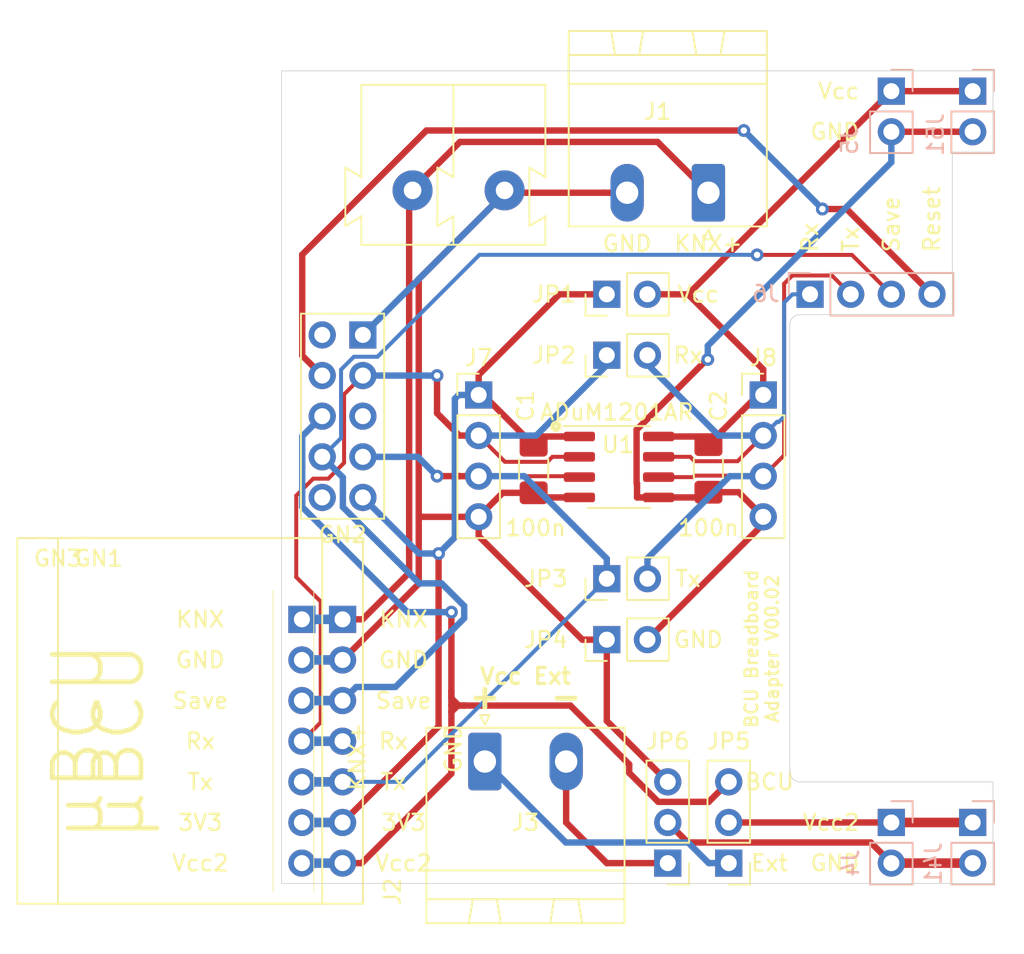
<source format=kicad_pcb>
(kicad_pcb (version 20171130) (host pcbnew "(5.1.4)-1")

  (general
    (thickness 1.6)
    (drawings 42)
    (tracks 225)
    (zones 0)
    (modules 22)
    (nets 20)
  )

  (page A4)
  (title_block
    (date 2020-12-05)
    (rev V00.01)
  )

  (layers
    (0 F.Cu signal)
    (31 B.Cu signal)
    (32 B.Adhes user)
    (33 F.Adhes user)
    (34 B.Paste user)
    (35 F.Paste user)
    (36 B.SilkS user)
    (37 F.SilkS user)
    (38 B.Mask user)
    (39 F.Mask user)
    (40 Dwgs.User user)
    (41 Cmts.User user)
    (42 Eco1.User user)
    (43 Eco2.User user)
    (44 Edge.Cuts user)
    (45 Margin user)
    (46 B.CrtYd user)
    (47 F.CrtYd user)
    (48 B.Fab user)
    (49 F.Fab user)
  )

  (setup
    (last_trace_width 0.4)
    (user_trace_width 0.25)
    (user_trace_width 0.4)
    (user_trace_width 0.6)
    (trace_clearance 0.2)
    (zone_clearance 0.508)
    (zone_45_only no)
    (trace_min 0.2)
    (via_size 0.8)
    (via_drill 0.4)
    (via_min_size 0.4)
    (via_min_drill 0.3)
    (uvia_size 0.3)
    (uvia_drill 0.1)
    (uvias_allowed no)
    (uvia_min_size 0.2)
    (uvia_min_drill 0.1)
    (edge_width 0.05)
    (segment_width 0.2)
    (pcb_text_width 0.3)
    (pcb_text_size 1.5 1.5)
    (mod_edge_width 0.12)
    (mod_text_size 1 1)
    (mod_text_width 0.15)
    (pad_size 1.524 1.524)
    (pad_drill 0.762)
    (pad_to_mask_clearance 0.051)
    (solder_mask_min_width 0.25)
    (aux_axis_origin 0 0)
    (visible_elements 7FFFFFFF)
    (pcbplotparams
      (layerselection 0x010fc_ffffffff)
      (usegerberextensions false)
      (usegerberattributes false)
      (usegerberadvancedattributes false)
      (creategerberjobfile false)
      (excludeedgelayer true)
      (linewidth 0.100000)
      (plotframeref false)
      (viasonmask false)
      (mode 1)
      (useauxorigin false)
      (hpglpennumber 1)
      (hpglpenspeed 20)
      (hpglpendiameter 15.000000)
      (psnegative false)
      (psa4output false)
      (plotreference true)
      (plotvalue true)
      (plotinvisibletext false)
      (padsonsilk false)
      (subtractmaskfromsilk false)
      (outputformat 1)
      (mirror false)
      (drillshape 0)
      (scaleselection 1)
      (outputdirectory "gerbers"))
  )

  (net 0 "")
  (net 1 "Net-(C1-Pad2)")
  (net 2 "Net-(C1-Pad1)")
  (net 3 "Net-(C2-Pad2)")
  (net 4 "Net-(C2-Pad1)")
  (net 5 "Net-(GN1-Pad7)")
  (net 6 "Net-(GN1-Pad5)")
  (net 7 "Net-(GN1-Pad4)")
  (net 8 "Net-(GN1-Pad3)")
  (net 9 "Net-(GN1-Pad1)")
  (net 10 "Net-(GN2-Pad10)")
  (net 11 "Net-(GN2-Pad9)")
  (net 12 "Net-(GN2-Pad6)")
  (net 13 "Net-(GN2-Pad3)")
  (net 14 "Net-(J3-Pad2)")
  (net 15 "Net-(J3-Pad1)")
  (net 16 "Net-(J4-Pad2)")
  (net 17 "Net-(J4-Pad1)")
  (net 18 "Net-(J6-Pad2)")
  (net 19 "Net-(J6-Pad1)")

  (net_class Default "This is the default net class."
    (clearance 0.2)
    (trace_width 0.25)
    (via_dia 0.8)
    (via_drill 0.4)
    (uvia_dia 0.3)
    (uvia_drill 0.1)
    (add_net "Net-(C1-Pad1)")
    (add_net "Net-(C1-Pad2)")
    (add_net "Net-(C2-Pad1)")
    (add_net "Net-(C2-Pad2)")
    (add_net "Net-(GN1-Pad1)")
    (add_net "Net-(GN1-Pad3)")
    (add_net "Net-(GN1-Pad4)")
    (add_net "Net-(GN1-Pad5)")
    (add_net "Net-(GN1-Pad7)")
    (add_net "Net-(GN2-Pad10)")
    (add_net "Net-(GN2-Pad3)")
    (add_net "Net-(GN2-Pad6)")
    (add_net "Net-(GN2-Pad9)")
    (add_net "Net-(J3-Pad1)")
    (add_net "Net-(J3-Pad2)")
    (add_net "Net-(J4-Pad1)")
    (add_net "Net-(J4-Pad2)")
    (add_net "Net-(J6-Pad1)")
    (add_net "Net-(J6-Pad2)")
  )

  (module sirsydom:KNX_Connector (layer F.Cu) (tedit 5FE3AED0) (tstamp 5FBABC12)
    (at 130.11444 87.88268 270)
    (descr "Through hole straight pin header, 2x05, 2.54mm pitch, double rows")
    (tags "Through hole pin header THT 2x05 2.54mm double row")
    (path /5FBA98F8)
    (fp_text reference J2 (at 43.445 3.81 90) (layer F.SilkS)
      (effects (font (size 1 1) (thickness 0.15)))
    )
    (fp_text value KNX_Wago (at 12.7 -5.08 90) (layer F.Fab)
      (effects (font (size 1 1) (thickness 0.15)))
    )
    (fp_line (start -2.25 7) (end 3.25 7) (layer F.CrtYd) (width 0.12))
    (fp_line (start -2.25 6) (end -2.25 7) (layer F.CrtYd) (width 0.12))
    (fp_line (start -7.25 6) (end -2.25 6) (layer F.CrtYd) (width 0.12))
    (fp_line (start -7.25 -6) (end 3.25 -6) (layer F.CrtYd) (width 0.12))
    (fp_line (start -7.25 6) (end -7.25 -6) (layer F.CrtYd) (width 0.12))
    (fp_line (start 3.25 -6) (end 3.25 7) (layer F.CrtYd) (width 0.12))
    (fp_line (start 1.825 6.75) (end -1.825 6.75) (layer F.SilkS) (width 0.12))
    (fp_line (start 1.825 1) (end -1.825 1) (layer F.SilkS) (width 0.12))
    (fp_line (start 1.825 -4.75) (end -1.825 -4.75) (layer F.SilkS) (width 0.12))
    (fp_line (start 1.225 5.75) (end 3 5.75) (layer F.SilkS) (width 0.12))
    (fp_line (start -1.225 5.75) (end -7 5.75) (layer F.SilkS) (width 0.12))
    (fp_line (start -1.225 5.75) (end -1.825 6.75) (layer F.SilkS) (width 0.12))
    (fp_line (start 1.225 5.75) (end 1.825 6.75) (layer F.SilkS) (width 0.12))
    (fp_line (start -1.225 0) (end -1.825 1) (layer F.SilkS) (width 0.12))
    (fp_line (start -1.225 0) (end -7 0) (layer F.SilkS) (width 0.12))
    (fp_line (start 1.225 0) (end 3 0) (layer F.SilkS) (width 0.12))
    (fp_line (start 1.225 0) (end 1.825 1) (layer F.SilkS) (width 0.12))
    (fp_line (start -1.225 -5.75) (end -1.825 -4.75) (layer F.SilkS) (width 0.12))
    (fp_line (start 1.825 -4.75) (end 1.225 -5.75) (layer F.SilkS) (width 0.12))
    (fp_line (start -1.225 -5.75) (end -7 -5.75) (layer F.SilkS) (width 0.12))
    (fp_line (start 3 -5.75) (end 1.225 -5.75) (layer F.SilkS) (width 0.12))
    (fp_line (start -7 -5.75) (end -7 5.75) (layer F.SilkS) (width 0.12))
    (fp_text user KNX+ (at 35 6 90) (layer F.SilkS)
      (effects (font (size 1 1) (thickness 0.15)))
    )
    (fp_text user GND (at 34.5 0 90) (layer F.SilkS)
      (effects (font (size 1 1) (thickness 0.15)))
    )
    (fp_line (start 3 -5.75) (end 3 5.75) (layer F.SilkS) (width 0.12))
    (pad 2 thru_hole circle (at -0.4 -3.2 270) (size 2.5 2.5) (drill 1.1) (layers *.Cu *.Mask)
      (net 1 "Net-(C1-Pad2)"))
    (pad 1 thru_hole circle (at -0.4 2.55 270) (size 2.5 2.5) (drill 1.1) (layers *.Cu *.Mask)
      (net 9 "Net-(GN1-Pad1)"))
    (model "D:/Data/Eigene Dokumente/Projekte/EIB/Konnekting/repos/konnekting_common/KiCAD/libraries/sirsydom.pretty/3D/243-212.stp"
      (offset (xyz 3 5.8 0.1))
      (scale (xyz 1 1 1))
      (rotate (xyz 0 0 180))
    )
  )

  (module Package_SO:SOIC-8_3.9x4.9mm_P1.27mm (layer F.Cu) (tedit 5C97300E) (tstamp 60AD588D)
    (at 140.462 104.775)
    (descr "SOIC, 8 Pin (JEDEC MS-012AA, https://www.analog.com/media/en/package-pcb-resources/package/pkg_pdf/soic_narrow-r/r_8.pdf), generated with kicad-footprint-generator ipc_gullwing_generator.py")
    (tags "SOIC SO")
    (path /5FBAA672)
    (attr smd)
    (fp_text reference U1 (at -0.062 -1.397) (layer F.SilkS)
      (effects (font (size 1 1) (thickness 0.15)))
    )
    (fp_text value ADuM1201AR (at -0.127 -3.429) (layer F.SilkS)
      (effects (font (size 1 1) (thickness 0.15)))
    )
    (fp_text user %R (at 0 0) (layer F.Fab)
      (effects (font (size 0.98 0.98) (thickness 0.15)))
    )
    (fp_line (start 3.7 -2.7) (end -3.7 -2.7) (layer F.CrtYd) (width 0.05))
    (fp_line (start 3.7 2.7) (end 3.7 -2.7) (layer F.CrtYd) (width 0.05))
    (fp_line (start -3.7 2.7) (end 3.7 2.7) (layer F.CrtYd) (width 0.05))
    (fp_line (start -3.7 -2.7) (end -3.7 2.7) (layer F.CrtYd) (width 0.05))
    (fp_line (start -1.95 -1.475) (end -0.975 -2.45) (layer F.Fab) (width 0.1))
    (fp_line (start -1.95 2.45) (end -1.95 -1.475) (layer F.Fab) (width 0.1))
    (fp_line (start 1.95 2.45) (end -1.95 2.45) (layer F.Fab) (width 0.1))
    (fp_line (start 1.95 -2.45) (end 1.95 2.45) (layer F.Fab) (width 0.1))
    (fp_line (start -0.975 -2.45) (end 1.95 -2.45) (layer F.Fab) (width 0.1))
    (fp_line (start 0 -2.56) (end -3.45 -2.56) (layer F.SilkS) (width 0.12))
    (fp_line (start 0 -2.56) (end 1.95 -2.56) (layer F.SilkS) (width 0.12))
    (fp_line (start 0 2.56) (end -1.95 2.56) (layer F.SilkS) (width 0.12))
    (fp_line (start 0 2.56) (end 1.95 2.56) (layer F.SilkS) (width 0.12))
    (pad 8 smd roundrect (at 2.475 -1.905) (size 1.95 0.6) (layers F.Cu F.Paste F.Mask) (roundrect_rratio 0.25)
      (net 4 "Net-(C2-Pad1)"))
    (pad 7 smd roundrect (at 2.475 -0.635) (size 1.95 0.6) (layers F.Cu F.Paste F.Mask) (roundrect_rratio 0.25)
      (net 19 "Net-(J6-Pad1)"))
    (pad 6 smd roundrect (at 2.475 0.635) (size 1.95 0.6) (layers F.Cu F.Paste F.Mask) (roundrect_rratio 0.25)
      (net 18 "Net-(J6-Pad2)"))
    (pad 5 smd roundrect (at 2.475 1.905) (size 1.95 0.6) (layers F.Cu F.Paste F.Mask) (roundrect_rratio 0.25)
      (net 3 "Net-(C2-Pad2)"))
    (pad 4 smd roundrect (at -2.475 1.905) (size 1.95 0.6) (layers F.Cu F.Paste F.Mask) (roundrect_rratio 0.25)
      (net 1 "Net-(C1-Pad2)"))
    (pad 3 smd roundrect (at -2.475 0.635) (size 1.95 0.6) (layers F.Cu F.Paste F.Mask) (roundrect_rratio 0.25)
      (net 6 "Net-(GN1-Pad5)"))
    (pad 2 smd roundrect (at -2.475 -0.635) (size 1.95 0.6) (layers F.Cu F.Paste F.Mask) (roundrect_rratio 0.25)
      (net 7 "Net-(GN1-Pad4)"))
    (pad 1 smd roundrect (at -2.475 -1.905) (size 1.95 0.6) (layers F.Cu F.Paste F.Mask) (roundrect_rratio 0.25)
      (net 2 "Net-(C1-Pad1)"))
    (model ${KISYS3DMOD}/Package_SO.3dshapes/SOIC-8_3.9x4.9mm_P1.27mm.wrl
      (at (xyz 0 0 0))
      (scale (xyz 1 1 1))
      (rotate (xyz 0 0 0))
    )
  )

  (module Connector_PinHeader_2.54mm:PinHeader_1x04_P2.54mm_Vertical (layer F.Cu) (tedit 59FED5CC) (tstamp 60AD5777)
    (at 131.69392 100.27158)
    (descr "Through hole straight pin header, 1x04, 2.54mm pitch, single row")
    (tags "Through hole pin header THT 1x04 2.54mm single row")
    (path /60B1583B)
    (fp_text reference J7 (at 0 -2.33) (layer F.SilkS)
      (effects (font (size 1 1) (thickness 0.15)))
    )
    (fp_text value Conn_01x04 (at 0 9.95) (layer F.Fab)
      (effects (font (size 1 1) (thickness 0.15)))
    )
    (fp_text user %R (at 0 3.81 90) (layer F.Fab)
      (effects (font (size 1 1) (thickness 0.15)))
    )
    (fp_line (start 1.8 -1.8) (end -1.8 -1.8) (layer F.CrtYd) (width 0.05))
    (fp_line (start 1.8 9.4) (end 1.8 -1.8) (layer F.CrtYd) (width 0.05))
    (fp_line (start -1.8 9.4) (end 1.8 9.4) (layer F.CrtYd) (width 0.05))
    (fp_line (start -1.8 -1.8) (end -1.8 9.4) (layer F.CrtYd) (width 0.05))
    (fp_line (start -1.33 -1.33) (end 0 -1.33) (layer F.SilkS) (width 0.12))
    (fp_line (start -1.33 0) (end -1.33 -1.33) (layer F.SilkS) (width 0.12))
    (fp_line (start -1.33 1.27) (end 1.33 1.27) (layer F.SilkS) (width 0.12))
    (fp_line (start 1.33 1.27) (end 1.33 8.95) (layer F.SilkS) (width 0.12))
    (fp_line (start -1.33 1.27) (end -1.33 8.95) (layer F.SilkS) (width 0.12))
    (fp_line (start -1.33 8.95) (end 1.33 8.95) (layer F.SilkS) (width 0.12))
    (fp_line (start -1.27 -0.635) (end -0.635 -1.27) (layer F.Fab) (width 0.1))
    (fp_line (start -1.27 8.89) (end -1.27 -0.635) (layer F.Fab) (width 0.1))
    (fp_line (start 1.27 8.89) (end -1.27 8.89) (layer F.Fab) (width 0.1))
    (fp_line (start 1.27 -1.27) (end 1.27 8.89) (layer F.Fab) (width 0.1))
    (fp_line (start -0.635 -1.27) (end 1.27 -1.27) (layer F.Fab) (width 0.1))
    (pad 4 thru_hole oval (at 0 7.62) (size 1.7 1.7) (drill 1) (layers *.Cu *.Mask)
      (net 1 "Net-(C1-Pad2)"))
    (pad 3 thru_hole oval (at 0 5.08) (size 1.7 1.7) (drill 1) (layers *.Cu *.Mask)
      (net 6 "Net-(GN1-Pad5)"))
    (pad 2 thru_hole oval (at 0 2.54) (size 1.7 1.7) (drill 1) (layers *.Cu *.Mask)
      (net 7 "Net-(GN1-Pad4)"))
    (pad 1 thru_hole rect (at 0 0) (size 1.7 1.7) (drill 1) (layers *.Cu *.Mask)
      (net 2 "Net-(C1-Pad1)"))
    (model ${KISYS3DMOD}/Connector_PinHeader_2.54mm.3dshapes/PinHeader_1x04_P2.54mm_Vertical.wrl
      (at (xyz 0 0 0))
      (scale (xyz 1 1 1))
      (rotate (xyz 0 0 0))
    )
  )

  (module Connector_PinHeader_2.54mm:PinHeader_1x04_P2.54mm_Vertical (layer F.Cu) (tedit 59FED5CC) (tstamp 60AD5732)
    (at 149.47392 100.27158)
    (descr "Through hole straight pin header, 1x04, 2.54mm pitch, single row")
    (tags "Through hole pin header THT 1x04 2.54mm single row")
    (path /60B16421)
    (fp_text reference J8 (at 0 -2.33) (layer F.SilkS)
      (effects (font (size 1 1) (thickness 0.15)))
    )
    (fp_text value Conn_01x04 (at 0 9.95) (layer F.Fab)
      (effects (font (size 1 1) (thickness 0.15)))
    )
    (fp_text user %R (at 0 3.81 90) (layer F.Fab)
      (effects (font (size 1 1) (thickness 0.15)))
    )
    (fp_line (start 1.8 -1.8) (end -1.8 -1.8) (layer F.CrtYd) (width 0.05))
    (fp_line (start 1.8 9.4) (end 1.8 -1.8) (layer F.CrtYd) (width 0.05))
    (fp_line (start -1.8 9.4) (end 1.8 9.4) (layer F.CrtYd) (width 0.05))
    (fp_line (start -1.8 -1.8) (end -1.8 9.4) (layer F.CrtYd) (width 0.05))
    (fp_line (start -1.33 -1.33) (end 0 -1.33) (layer F.SilkS) (width 0.12))
    (fp_line (start -1.33 0) (end -1.33 -1.33) (layer F.SilkS) (width 0.12))
    (fp_line (start -1.33 1.27) (end 1.33 1.27) (layer F.SilkS) (width 0.12))
    (fp_line (start 1.33 1.27) (end 1.33 8.95) (layer F.SilkS) (width 0.12))
    (fp_line (start -1.33 1.27) (end -1.33 8.95) (layer F.SilkS) (width 0.12))
    (fp_line (start -1.33 8.95) (end 1.33 8.95) (layer F.SilkS) (width 0.12))
    (fp_line (start -1.27 -0.635) (end -0.635 -1.27) (layer F.Fab) (width 0.1))
    (fp_line (start -1.27 8.89) (end -1.27 -0.635) (layer F.Fab) (width 0.1))
    (fp_line (start 1.27 8.89) (end -1.27 8.89) (layer F.Fab) (width 0.1))
    (fp_line (start 1.27 -1.27) (end 1.27 8.89) (layer F.Fab) (width 0.1))
    (fp_line (start -0.635 -1.27) (end 1.27 -1.27) (layer F.Fab) (width 0.1))
    (pad 4 thru_hole oval (at 0 7.62) (size 1.7 1.7) (drill 1) (layers *.Cu *.Mask)
      (net 3 "Net-(C2-Pad2)"))
    (pad 3 thru_hole oval (at 0 5.08) (size 1.7 1.7) (drill 1) (layers *.Cu *.Mask)
      (net 18 "Net-(J6-Pad2)"))
    (pad 2 thru_hole oval (at 0 2.54) (size 1.7 1.7) (drill 1) (layers *.Cu *.Mask)
      (net 19 "Net-(J6-Pad1)"))
    (pad 1 thru_hole rect (at 0 0) (size 1.7 1.7) (drill 1) (layers *.Cu *.Mask)
      (net 4 "Net-(C2-Pad1)"))
    (model ${KISYS3DMOD}/Connector_PinHeader_2.54mm.3dshapes/PinHeader_1x04_P2.54mm_Vertical.wrl
      (at (xyz 0 0 0))
      (scale (xyz 1 1 1))
      (rotate (xyz 0 0 0))
    )
  )

  (module Connector_PinHeader_2.54mm:PinHeader_1x02_P2.54mm_Vertical (layer B.Cu) (tedit 59FED5CC) (tstamp 60ACE1A6)
    (at 162.56 81.28 180)
    (descr "Through hole straight pin header, 1x02, 2.54mm pitch, single row")
    (tags "Through hole pin header THT 1x02 2.54mm single row")
    (path /60AD04EB)
    (fp_text reference J51 (at 2.32664 -2.71272 90) (layer B.SilkS)
      (effects (font (size 1 1) (thickness 0.15)) (justify mirror))
    )
    (fp_text value VCC_Top (at 0 -4.87) (layer B.Fab)
      (effects (font (size 1 1) (thickness 0.15)) (justify mirror))
    )
    (fp_text user %R (at 0 -1.27 270) (layer B.Fab)
      (effects (font (size 1 1) (thickness 0.15)) (justify mirror))
    )
    (fp_line (start 1.8 1.8) (end -1.8 1.8) (layer B.CrtYd) (width 0.05))
    (fp_line (start 1.8 -4.35) (end 1.8 1.8) (layer B.CrtYd) (width 0.05))
    (fp_line (start -1.8 -4.35) (end 1.8 -4.35) (layer B.CrtYd) (width 0.05))
    (fp_line (start -1.8 1.8) (end -1.8 -4.35) (layer B.CrtYd) (width 0.05))
    (fp_line (start -1.33 1.33) (end 0 1.33) (layer B.SilkS) (width 0.12))
    (fp_line (start -1.33 0) (end -1.33 1.33) (layer B.SilkS) (width 0.12))
    (fp_line (start -1.33 -1.27) (end 1.33 -1.27) (layer B.SilkS) (width 0.12))
    (fp_line (start 1.33 -1.27) (end 1.33 -3.87) (layer B.SilkS) (width 0.12))
    (fp_line (start -1.33 -1.27) (end -1.33 -3.87) (layer B.SilkS) (width 0.12))
    (fp_line (start -1.33 -3.87) (end 1.33 -3.87) (layer B.SilkS) (width 0.12))
    (fp_line (start -1.27 0.635) (end -0.635 1.27) (layer B.Fab) (width 0.1))
    (fp_line (start -1.27 -3.81) (end -1.27 0.635) (layer B.Fab) (width 0.1))
    (fp_line (start 1.27 -3.81) (end -1.27 -3.81) (layer B.Fab) (width 0.1))
    (fp_line (start 1.27 1.27) (end 1.27 -3.81) (layer B.Fab) (width 0.1))
    (fp_line (start -0.635 1.27) (end 1.27 1.27) (layer B.Fab) (width 0.1))
    (pad 2 thru_hole oval (at 0 -2.54 180) (size 1.7 1.7) (drill 1) (layers *.Cu *.Mask)
      (net 3 "Net-(C2-Pad2)"))
    (pad 1 thru_hole rect (at 0 0 180) (size 1.7 1.7) (drill 1) (layers *.Cu *.Mask)
      (net 4 "Net-(C2-Pad1)"))
    (model ${KISYS3DMOD}/Connector_PinHeader_2.54mm.3dshapes/PinHeader_1x02_P2.54mm_Vertical.wrl
      (at (xyz 0 0 0))
      (scale (xyz 1 1 1))
      (rotate (xyz 0 0 0))
    )
  )

  (module Connector_PinHeader_2.54mm:PinHeader_1x02_P2.54mm_Vertical (layer B.Cu) (tedit 59FED5CC) (tstamp 60ACE190)
    (at 162.56 127 180)
    (descr "Through hole straight pin header, 1x02, 2.54mm pitch, single row")
    (tags "Through hole pin header THT 1x02 2.54mm single row")
    (path /60AD68A3)
    (fp_text reference J41 (at 2.45872 -2.57048 270) (layer B.SilkS)
      (effects (font (size 1 1) (thickness 0.15)) (justify mirror))
    )
    (fp_text value VCC_Bot (at 0 -4.87) (layer B.Fab)
      (effects (font (size 1 1) (thickness 0.15)) (justify mirror))
    )
    (fp_text user %R (at 0 -1.27 270) (layer B.Fab)
      (effects (font (size 1 1) (thickness 0.15)) (justify mirror))
    )
    (fp_line (start 1.8 1.8) (end -1.8 1.8) (layer B.CrtYd) (width 0.05))
    (fp_line (start 1.8 -4.35) (end 1.8 1.8) (layer B.CrtYd) (width 0.05))
    (fp_line (start -1.8 -4.35) (end 1.8 -4.35) (layer B.CrtYd) (width 0.05))
    (fp_line (start -1.8 1.8) (end -1.8 -4.35) (layer B.CrtYd) (width 0.05))
    (fp_line (start -1.33 1.33) (end 0 1.33) (layer B.SilkS) (width 0.12))
    (fp_line (start -1.33 0) (end -1.33 1.33) (layer B.SilkS) (width 0.12))
    (fp_line (start -1.33 -1.27) (end 1.33 -1.27) (layer B.SilkS) (width 0.12))
    (fp_line (start 1.33 -1.27) (end 1.33 -3.87) (layer B.SilkS) (width 0.12))
    (fp_line (start -1.33 -1.27) (end -1.33 -3.87) (layer B.SilkS) (width 0.12))
    (fp_line (start -1.33 -3.87) (end 1.33 -3.87) (layer B.SilkS) (width 0.12))
    (fp_line (start -1.27 0.635) (end -0.635 1.27) (layer B.Fab) (width 0.1))
    (fp_line (start -1.27 -3.81) (end -1.27 0.635) (layer B.Fab) (width 0.1))
    (fp_line (start 1.27 -3.81) (end -1.27 -3.81) (layer B.Fab) (width 0.1))
    (fp_line (start 1.27 1.27) (end 1.27 -3.81) (layer B.Fab) (width 0.1))
    (fp_line (start -0.635 1.27) (end 1.27 1.27) (layer B.Fab) (width 0.1))
    (pad 2 thru_hole oval (at 0 -2.54 180) (size 1.7 1.7) (drill 1) (layers *.Cu *.Mask)
      (net 16 "Net-(J4-Pad2)"))
    (pad 1 thru_hole rect (at 0 0 180) (size 1.7 1.7) (drill 1) (layers *.Cu *.Mask)
      (net 17 "Net-(J4-Pad1)"))
    (model ${KISYS3DMOD}/Connector_PinHeader_2.54mm.3dshapes/PinHeader_1x02_P2.54mm_Vertical.wrl
      (at (xyz 0 0 0))
      (scale (xyz 1 1 1))
      (rotate (xyz 0 0 0))
    )
  )

  (module sirsydom:Konnekting_BCU (layer F.Cu) (tedit 5DBB475D) (tstamp 60ACE030)
    (at 120.65 114.3)
    (descr "Through hole straight pin header, 1x07, 2.54mm pitch, single row")
    (tags "Through hole pin header THT 1x07 2.54mm single row")
    (path /60ADD529)
    (fp_text reference GN3 (at -15.24 -3.81) (layer F.SilkS)
      (effects (font (size 1 1) (thickness 0.15)))
    )
    (fp_text value Konnekting_µBCU (at -12.192 19.558) (layer F.Fab)
      (effects (font (size 1 1) (thickness 0.15)))
    )
    (fp_line (start -18.288 -5.588) (end 1.778 -5.588) (layer F.CrtYd) (width 0.12))
    (fp_line (start -18.288 18.288) (end -18.288 -5.588) (layer F.CrtYd) (width 0.12))
    (fp_line (start 1.778 18.288) (end -18.288 18.288) (layer F.CrtYd) (width 0.12))
    (fp_line (start 1.778 -5.588) (end 1.778 18.288) (layer F.CrtYd) (width 0.12))
    (fp_text user µBCU (at -13.97 7.62 90) (layer F.SilkS)
      (effects (font (size 3 3) (thickness 0.3)))
    )
    (fp_text user Vcc2 (at -6.35 15.24) (layer F.SilkS)
      (effects (font (size 1 1) (thickness 0.15)))
    )
    (fp_text user 3V3 (at -6.35 12.7) (layer F.SilkS)
      (effects (font (size 1 1) (thickness 0.15)))
    )
    (fp_text user Tx (at -6.35 10.16) (layer F.SilkS)
      (effects (font (size 1 1) (thickness 0.15)))
    )
    (fp_text user Rx (at -6.35 7.62) (layer F.SilkS)
      (effects (font (size 1 1) (thickness 0.15)))
    )
    (fp_text user Save (at -6.35 5.08) (layer F.SilkS)
      (effects (font (size 1 1) (thickness 0.15)))
    )
    (fp_text user GND (at -6.35 2.54) (layer F.SilkS)
      (effects (font (size 1 1) (thickness 0.15)))
    )
    (fp_text user KNX (at -6.35 0) (layer F.SilkS)
      (effects (font (size 1 1) (thickness 0.15)))
    )
    (fp_line (start -17.78 -5.08) (end -17.78 17.78) (layer F.SilkS) (width 0.12))
    (fp_line (start 1.27 -5.08) (end 1.27 17.78) (layer F.SilkS) (width 0.12))
    (fp_line (start 1.27 17.78) (end -17.78 17.78) (layer F.SilkS) (width 0.12))
    (fp_line (start -17.78 -5.08) (end -15.875 -5.08) (layer F.SilkS) (width 0.12))
    (fp_line (start 1.27 -5.08) (end -16.51 -5.08) (layer F.SilkS) (width 0.12))
    (fp_line (start -1.8 -1.8) (end -1.8 17.05) (layer F.SilkS) (width 0.05))
    (pad 7 thru_hole oval (at 0 15.24) (size 1.7 1.7) (drill 1) (layers *.Cu *.Mask)
      (net 5 "Net-(GN1-Pad7)"))
    (pad 6 thru_hole oval (at 0 12.7) (size 1.7 1.7) (drill 1) (layers *.Cu *.Mask)
      (net 2 "Net-(C1-Pad1)"))
    (pad 5 thru_hole oval (at 0 10.16) (size 1.7 1.7) (drill 1) (layers *.Cu *.Mask)
      (net 6 "Net-(GN1-Pad5)"))
    (pad 4 thru_hole oval (at 0 7.62) (size 1.7 1.7) (drill 1) (layers *.Cu *.Mask)
      (net 7 "Net-(GN1-Pad4)"))
    (pad 3 thru_hole oval (at 0 5.08) (size 1.7 1.7) (drill 1) (layers *.Cu *.Mask)
      (net 8 "Net-(GN1-Pad3)"))
    (pad 2 thru_hole oval (at 0 2.54) (size 1.7 1.7) (drill 1) (layers *.Cu *.Mask)
      (net 1 "Net-(C1-Pad2)"))
    (pad 1 thru_hole rect (at 0 0) (size 1.7 1.7) (drill 1) (layers *.Cu *.Mask)
      (net 9 "Net-(GN1-Pad1)"))
    (model ${KISYS3DMOD}/Connector_PinHeader_2.54mm.3dshapes/PinHeader_1x07_P2.54mm_Vertical.wrl
      (at (xyz 0 0 0))
      (scale (xyz 1 1 1))
      (rotate (xyz 0 0 0))
    )
  )

  (module sirsydom:Siemens_UP117_12_flat_header_only (layer F.Cu) (tedit 5FBABD22) (tstamp 5FBAC606)
    (at 124.46 106.68 180)
    (descr "Through hole straight pin header, 2x05, 2.54mm pitch, double rows")
    (tags "Through hole pin header THT 2x05 2.54mm double row")
    (path /5FBA671F)
    (fp_text reference GN2 (at 1.27 -2.33) (layer F.SilkS)
      (effects (font (size 1 1) (thickness 0.15)))
    )
    (fp_text value Siemens_BCU (at 12.7 -5.08) (layer F.Fab)
      (effects (font (size 1 1) (thickness 0.15)))
    )
    (fp_line (start -1.397 11.557) (end -1.397 -1.397) (layer F.CrtYd) (width 0.12))
    (fp_line (start 3.937 11.557) (end -1.397 11.557) (layer F.CrtYd) (width 0.12))
    (fp_line (start 3.937 -1.397) (end 3.937 11.557) (layer F.CrtYd) (width 0.12))
    (fp_line (start -1.397 -1.397) (end 3.937 -1.397) (layer F.CrtYd) (width 0.12))
    (fp_line (start -1.33 -1.33) (end 3.87 -1.33) (layer F.SilkS) (width 0.12))
    (fp_line (start -1.33 11.49) (end -1.33 -1.33) (layer F.SilkS) (width 0.12))
    (fp_text user %R (at 7.62 5.08 90) (layer F.Fab)
      (effects (font (size 1 1) (thickness 0.15)))
    )
    (fp_line (start 3.87 -1.33) (end 3.87 11.49) (layer F.SilkS) (width 0.12))
    (fp_line (start -1.33 11.49) (end 3.87 11.49) (layer F.SilkS) (width 0.12))
    (fp_line (start 3.81 11.43) (end -1.27 11.43) (layer F.Fab) (width 0.1))
    (fp_line (start 3.81 -1.27) (end 3.81 11.43) (layer F.Fab) (width 0.1))
    (pad 10 thru_hole oval (at 2.54 10.16 180) (size 1.7 1.7) (drill 1) (layers *.Cu *.Mask)
      (net 10 "Net-(GN2-Pad10)"))
    (pad 9 thru_hole oval (at 2.54 7.62 180) (size 1.7 1.7) (drill 1) (layers *.Cu *.Mask)
      (net 11 "Net-(GN2-Pad9)"))
    (pad 8 thru_hole oval (at 2.54 5.08 180) (size 1.7 1.7) (drill 1) (layers *.Cu *.Mask)
      (net 5 "Net-(GN1-Pad7)"))
    (pad 7 thru_hole oval (at 2.54 2.54 180) (size 1.7 1.7) (drill 1) (layers *.Cu *.Mask)
      (net 8 "Net-(GN1-Pad3)"))
    (pad 6 thru_hole oval (at 2.54 0 180) (size 1.7 1.7) (drill 1) (layers *.Cu *.Mask)
      (net 12 "Net-(GN2-Pad6)"))
    (pad 5 thru_hole oval (at 0 0 180) (size 1.7 1.7) (drill 1) (layers *.Cu *.Mask)
      (net 2 "Net-(C1-Pad1)"))
    (pad 4 thru_hole oval (at 0 2.54 180) (size 1.7 1.7) (drill 1) (layers *.Cu *.Mask)
      (net 6 "Net-(GN1-Pad5)"))
    (pad 3 thru_hole oval (at 0 5.08 180) (size 1.7 1.7) (drill 1) (layers *.Cu *.Mask)
      (net 13 "Net-(GN2-Pad3)"))
    (pad 2 thru_hole oval (at 0 7.62 180) (size 1.7 1.7) (drill 1) (layers *.Cu *.Mask)
      (net 7 "Net-(GN1-Pad4)"))
    (pad 1 thru_hole rect (at 0 10.16 180) (size 1.7 1.7) (drill 1) (layers *.Cu *.Mask)
      (net 1 "Net-(C1-Pad2)"))
    (model ${KISYS3DMOD}/Connector_PinHeader_2.54mm.3dshapes/PinHeader_2x05_P2.54mm_Vertical.wrl
      (at (xyz 0 0 0))
      (scale (xyz 1 1 1))
      (rotate (xyz 0 0 0))
    )
  )

  (module Connector_PinHeader_2.54mm:PinHeader_1x03_P2.54mm_Vertical (layer F.Cu) (tedit 59FED5CC) (tstamp 5FBAD762)
    (at 143.51 129.54 180)
    (descr "Through hole straight pin header, 1x03, 2.54mm pitch, single row")
    (tags "Through hole pin header THT 1x03 2.54mm single row")
    (path /5FBCA54C)
    (fp_text reference JP6 (at 0 7.62) (layer F.SilkS)
      (effects (font (size 1 1) (thickness 0.15)))
    )
    (fp_text value Jumper_NC_Dual (at 0 7.41) (layer F.Fab)
      (effects (font (size 1 1) (thickness 0.15)))
    )
    (fp_text user %R (at 0 2.54 90) (layer F.Fab)
      (effects (font (size 1 1) (thickness 0.15)))
    )
    (fp_line (start 1.8 -1.8) (end -1.8 -1.8) (layer F.CrtYd) (width 0.05))
    (fp_line (start 1.8 6.85) (end 1.8 -1.8) (layer F.CrtYd) (width 0.05))
    (fp_line (start -1.8 6.85) (end 1.8 6.85) (layer F.CrtYd) (width 0.05))
    (fp_line (start -1.8 -1.8) (end -1.8 6.85) (layer F.CrtYd) (width 0.05))
    (fp_line (start -1.33 -1.33) (end 0 -1.33) (layer F.SilkS) (width 0.12))
    (fp_line (start -1.33 0) (end -1.33 -1.33) (layer F.SilkS) (width 0.12))
    (fp_line (start -1.33 1.27) (end 1.33 1.27) (layer F.SilkS) (width 0.12))
    (fp_line (start 1.33 1.27) (end 1.33 6.41) (layer F.SilkS) (width 0.12))
    (fp_line (start -1.33 1.27) (end -1.33 6.41) (layer F.SilkS) (width 0.12))
    (fp_line (start -1.33 6.41) (end 1.33 6.41) (layer F.SilkS) (width 0.12))
    (fp_line (start -1.27 -0.635) (end -0.635 -1.27) (layer F.Fab) (width 0.1))
    (fp_line (start -1.27 6.35) (end -1.27 -0.635) (layer F.Fab) (width 0.1))
    (fp_line (start 1.27 6.35) (end -1.27 6.35) (layer F.Fab) (width 0.1))
    (fp_line (start 1.27 -1.27) (end 1.27 6.35) (layer F.Fab) (width 0.1))
    (fp_line (start -0.635 -1.27) (end 1.27 -1.27) (layer F.Fab) (width 0.1))
    (pad 3 thru_hole oval (at 0 5.08 180) (size 1.7 1.7) (drill 1) (layers *.Cu *.Mask)
      (net 1 "Net-(C1-Pad2)"))
    (pad 2 thru_hole oval (at 0 2.54 180) (size 1.7 1.7) (drill 1) (layers *.Cu *.Mask)
      (net 16 "Net-(J4-Pad2)"))
    (pad 1 thru_hole rect (at 0 0 180) (size 1.7 1.7) (drill 1) (layers *.Cu *.Mask)
      (net 14 "Net-(J3-Pad2)"))
    (model ${KISYS3DMOD}/Connector_PinHeader_2.54mm.3dshapes/PinHeader_1x03_P2.54mm_Vertical.wrl
      (at (xyz 0 0 0))
      (scale (xyz 1 1 1))
      (rotate (xyz 0 0 0))
    )
  )

  (module Connector_PinHeader_2.54mm:PinHeader_1x03_P2.54mm_Vertical (layer F.Cu) (tedit 59FED5CC) (tstamp 5FBADA63)
    (at 147.32 129.54 180)
    (descr "Through hole straight pin header, 1x03, 2.54mm pitch, single row")
    (tags "Through hole pin header THT 1x03 2.54mm single row")
    (path /5FBA88CA)
    (fp_text reference JP5 (at 0 7.62) (layer F.SilkS)
      (effects (font (size 1 1) (thickness 0.15)))
    )
    (fp_text value Jumper_NC_Dual (at 0 7.41) (layer F.Fab)
      (effects (font (size 1 1) (thickness 0.15)))
    )
    (fp_text user %R (at 0 2.54 90) (layer F.Fab)
      (effects (font (size 1 1) (thickness 0.15)))
    )
    (fp_line (start 1.8 -1.8) (end -1.8 -1.8) (layer F.CrtYd) (width 0.05))
    (fp_line (start 1.8 6.85) (end 1.8 -1.8) (layer F.CrtYd) (width 0.05))
    (fp_line (start -1.8 6.85) (end 1.8 6.85) (layer F.CrtYd) (width 0.05))
    (fp_line (start -1.8 -1.8) (end -1.8 6.85) (layer F.CrtYd) (width 0.05))
    (fp_line (start -1.33 -1.33) (end 0 -1.33) (layer F.SilkS) (width 0.12))
    (fp_line (start -1.33 0) (end -1.33 -1.33) (layer F.SilkS) (width 0.12))
    (fp_line (start -1.33 1.27) (end 1.33 1.27) (layer F.SilkS) (width 0.12))
    (fp_line (start 1.33 1.27) (end 1.33 6.41) (layer F.SilkS) (width 0.12))
    (fp_line (start -1.33 1.27) (end -1.33 6.41) (layer F.SilkS) (width 0.12))
    (fp_line (start -1.33 6.41) (end 1.33 6.41) (layer F.SilkS) (width 0.12))
    (fp_line (start -1.27 -0.635) (end -0.635 -1.27) (layer F.Fab) (width 0.1))
    (fp_line (start -1.27 6.35) (end -1.27 -0.635) (layer F.Fab) (width 0.1))
    (fp_line (start 1.27 6.35) (end -1.27 6.35) (layer F.Fab) (width 0.1))
    (fp_line (start 1.27 -1.27) (end 1.27 6.35) (layer F.Fab) (width 0.1))
    (fp_line (start -0.635 -1.27) (end 1.27 -1.27) (layer F.Fab) (width 0.1))
    (pad 3 thru_hole oval (at 0 5.08 180) (size 1.7 1.7) (drill 1) (layers *.Cu *.Mask)
      (net 5 "Net-(GN1-Pad7)"))
    (pad 2 thru_hole oval (at 0 2.54 180) (size 1.7 1.7) (drill 1) (layers *.Cu *.Mask)
      (net 17 "Net-(J4-Pad1)"))
    (pad 1 thru_hole rect (at 0 0 180) (size 1.7 1.7) (drill 1) (layers *.Cu *.Mask)
      (net 15 "Net-(J3-Pad1)"))
    (model ${KISYS3DMOD}/Connector_PinHeader_2.54mm.3dshapes/PinHeader_1x03_P2.54mm_Vertical.wrl
      (at (xyz 0 0 0))
      (scale (xyz 1 1 1))
      (rotate (xyz 0 0 0))
    )
  )

  (module Connector_PinHeader_2.54mm:PinHeader_1x02_P2.54mm_Vertical (layer F.Cu) (tedit 59FED5CC) (tstamp 60AD5913)
    (at 139.7 115.57 90)
    (descr "Through hole straight pin header, 1x02, 2.54mm pitch, single row")
    (tags "Through hole pin header THT 1x02 2.54mm single row")
    (path /5FBC58C7)
    (fp_text reference JP4 (at 0 -3.81 180) (layer F.SilkS)
      (effects (font (size 1 1) (thickness 0.15)))
    )
    (fp_text value Jumper (at 0 4.87 90) (layer F.Fab)
      (effects (font (size 1 1) (thickness 0.15)))
    )
    (fp_text user %R (at 0 1.27) (layer F.Fab)
      (effects (font (size 1 1) (thickness 0.15)))
    )
    (fp_line (start 1.8 -1.8) (end -1.8 -1.8) (layer F.CrtYd) (width 0.05))
    (fp_line (start 1.8 4.35) (end 1.8 -1.8) (layer F.CrtYd) (width 0.05))
    (fp_line (start -1.8 4.35) (end 1.8 4.35) (layer F.CrtYd) (width 0.05))
    (fp_line (start -1.8 -1.8) (end -1.8 4.35) (layer F.CrtYd) (width 0.05))
    (fp_line (start -1.33 -1.33) (end 0 -1.33) (layer F.SilkS) (width 0.12))
    (fp_line (start -1.33 0) (end -1.33 -1.33) (layer F.SilkS) (width 0.12))
    (fp_line (start -1.33 1.27) (end 1.33 1.27) (layer F.SilkS) (width 0.12))
    (fp_line (start 1.33 1.27) (end 1.33 3.87) (layer F.SilkS) (width 0.12))
    (fp_line (start -1.33 1.27) (end -1.33 3.87) (layer F.SilkS) (width 0.12))
    (fp_line (start -1.33 3.87) (end 1.33 3.87) (layer F.SilkS) (width 0.12))
    (fp_line (start -1.27 -0.635) (end -0.635 -1.27) (layer F.Fab) (width 0.1))
    (fp_line (start -1.27 3.81) (end -1.27 -0.635) (layer F.Fab) (width 0.1))
    (fp_line (start 1.27 3.81) (end -1.27 3.81) (layer F.Fab) (width 0.1))
    (fp_line (start 1.27 -1.27) (end 1.27 3.81) (layer F.Fab) (width 0.1))
    (fp_line (start -0.635 -1.27) (end 1.27 -1.27) (layer F.Fab) (width 0.1))
    (pad 2 thru_hole oval (at 0 2.54 90) (size 1.7 1.7) (drill 1) (layers *.Cu *.Mask)
      (net 3 "Net-(C2-Pad2)"))
    (pad 1 thru_hole rect (at 0 0 90) (size 1.7 1.7) (drill 1) (layers *.Cu *.Mask)
      (net 1 "Net-(C1-Pad2)"))
    (model ${KISYS3DMOD}/Connector_PinHeader_2.54mm.3dshapes/PinHeader_1x02_P2.54mm_Vertical.wrl
      (at (xyz 0 0 0))
      (scale (xyz 1 1 1))
      (rotate (xyz 0 0 0))
    )
  )

  (module Connector_PinHeader_2.54mm:PinHeader_1x02_P2.54mm_Vertical (layer F.Cu) (tedit 59FED5CC) (tstamp 60AD58D4)
    (at 139.7 111.76 90)
    (descr "Through hole straight pin header, 1x02, 2.54mm pitch, single row")
    (tags "Through hole pin header THT 1x02 2.54mm single row")
    (path /5FBB724F)
    (fp_text reference JP3 (at 0 -3.81 180) (layer F.SilkS)
      (effects (font (size 1 1) (thickness 0.15)))
    )
    (fp_text value Jumper (at 0 4.87 90) (layer F.Fab)
      (effects (font (size 1 1) (thickness 0.15)))
    )
    (fp_text user %R (at 0 1.27) (layer F.Fab)
      (effects (font (size 1 1) (thickness 0.15)))
    )
    (fp_line (start 1.8 -1.8) (end -1.8 -1.8) (layer F.CrtYd) (width 0.05))
    (fp_line (start 1.8 4.35) (end 1.8 -1.8) (layer F.CrtYd) (width 0.05))
    (fp_line (start -1.8 4.35) (end 1.8 4.35) (layer F.CrtYd) (width 0.05))
    (fp_line (start -1.8 -1.8) (end -1.8 4.35) (layer F.CrtYd) (width 0.05))
    (fp_line (start -1.33 -1.33) (end 0 -1.33) (layer F.SilkS) (width 0.12))
    (fp_line (start -1.33 0) (end -1.33 -1.33) (layer F.SilkS) (width 0.12))
    (fp_line (start -1.33 1.27) (end 1.33 1.27) (layer F.SilkS) (width 0.12))
    (fp_line (start 1.33 1.27) (end 1.33 3.87) (layer F.SilkS) (width 0.12))
    (fp_line (start -1.33 1.27) (end -1.33 3.87) (layer F.SilkS) (width 0.12))
    (fp_line (start -1.33 3.87) (end 1.33 3.87) (layer F.SilkS) (width 0.12))
    (fp_line (start -1.27 -0.635) (end -0.635 -1.27) (layer F.Fab) (width 0.1))
    (fp_line (start -1.27 3.81) (end -1.27 -0.635) (layer F.Fab) (width 0.1))
    (fp_line (start 1.27 3.81) (end -1.27 3.81) (layer F.Fab) (width 0.1))
    (fp_line (start 1.27 -1.27) (end 1.27 3.81) (layer F.Fab) (width 0.1))
    (fp_line (start -0.635 -1.27) (end 1.27 -1.27) (layer F.Fab) (width 0.1))
    (pad 2 thru_hole oval (at 0 2.54 90) (size 1.7 1.7) (drill 1) (layers *.Cu *.Mask)
      (net 18 "Net-(J6-Pad2)"))
    (pad 1 thru_hole rect (at 0 0 90) (size 1.7 1.7) (drill 1) (layers *.Cu *.Mask)
      (net 6 "Net-(GN1-Pad5)"))
    (model ${KISYS3DMOD}/Connector_PinHeader_2.54mm.3dshapes/PinHeader_1x02_P2.54mm_Vertical.wrl
      (at (xyz 0 0 0))
      (scale (xyz 1 1 1))
      (rotate (xyz 0 0 0))
    )
  )

  (module Connector_PinHeader_2.54mm:PinHeader_1x02_P2.54mm_Vertical (layer F.Cu) (tedit 59FED5CC) (tstamp 60AD5805)
    (at 139.7 97.79 90)
    (descr "Through hole straight pin header, 1x02, 2.54mm pitch, single row")
    (tags "Through hole pin header THT 1x02 2.54mm single row")
    (path /5FBB6C98)
    (fp_text reference JP2 (at 0 -3.302 180) (layer F.SilkS)
      (effects (font (size 1 1) (thickness 0.15)))
    )
    (fp_text value Jumper (at 0 4.87 90) (layer F.Fab)
      (effects (font (size 1 1) (thickness 0.15)))
    )
    (fp_text user %R (at 0 1.27) (layer F.Fab)
      (effects (font (size 1 1) (thickness 0.15)))
    )
    (fp_line (start 1.8 -1.8) (end -1.8 -1.8) (layer F.CrtYd) (width 0.05))
    (fp_line (start 1.8 4.35) (end 1.8 -1.8) (layer F.CrtYd) (width 0.05))
    (fp_line (start -1.8 4.35) (end 1.8 4.35) (layer F.CrtYd) (width 0.05))
    (fp_line (start -1.8 -1.8) (end -1.8 4.35) (layer F.CrtYd) (width 0.05))
    (fp_line (start -1.33 -1.33) (end 0 -1.33) (layer F.SilkS) (width 0.12))
    (fp_line (start -1.33 0) (end -1.33 -1.33) (layer F.SilkS) (width 0.12))
    (fp_line (start -1.33 1.27) (end 1.33 1.27) (layer F.SilkS) (width 0.12))
    (fp_line (start 1.33 1.27) (end 1.33 3.87) (layer F.SilkS) (width 0.12))
    (fp_line (start -1.33 1.27) (end -1.33 3.87) (layer F.SilkS) (width 0.12))
    (fp_line (start -1.33 3.87) (end 1.33 3.87) (layer F.SilkS) (width 0.12))
    (fp_line (start -1.27 -0.635) (end -0.635 -1.27) (layer F.Fab) (width 0.1))
    (fp_line (start -1.27 3.81) (end -1.27 -0.635) (layer F.Fab) (width 0.1))
    (fp_line (start 1.27 3.81) (end -1.27 3.81) (layer F.Fab) (width 0.1))
    (fp_line (start 1.27 -1.27) (end 1.27 3.81) (layer F.Fab) (width 0.1))
    (fp_line (start -0.635 -1.27) (end 1.27 -1.27) (layer F.Fab) (width 0.1))
    (pad 2 thru_hole oval (at 0 2.54 90) (size 1.7 1.7) (drill 1) (layers *.Cu *.Mask)
      (net 19 "Net-(J6-Pad1)"))
    (pad 1 thru_hole rect (at 0 0 90) (size 1.7 1.7) (drill 1) (layers *.Cu *.Mask)
      (net 7 "Net-(GN1-Pad4)"))
    (model ${KISYS3DMOD}/Connector_PinHeader_2.54mm.3dshapes/PinHeader_1x02_P2.54mm_Vertical.wrl
      (at (xyz 0 0 0))
      (scale (xyz 1 1 1))
      (rotate (xyz 0 0 0))
    )
  )

  (module Connector_PinHeader_2.54mm:PinHeader_1x02_P2.54mm_Vertical (layer F.Cu) (tedit 59FED5CC) (tstamp 60AD659F)
    (at 139.7 93.98 90)
    (descr "Through hole straight pin header, 1x02, 2.54mm pitch, single row")
    (tags "Through hole pin header THT 1x02 2.54mm single row")
    (path /5FBC5016)
    (fp_text reference JP1 (at 0 -3.302 180) (layer F.SilkS)
      (effects (font (size 1 1) (thickness 0.15)))
    )
    (fp_text value Jumper (at 0 4.87 90) (layer F.Fab)
      (effects (font (size 1 1) (thickness 0.15)))
    )
    (fp_text user %R (at 0 1.27) (layer F.Fab)
      (effects (font (size 1 1) (thickness 0.15)))
    )
    (fp_line (start 1.8 -1.8) (end -1.8 -1.8) (layer F.CrtYd) (width 0.05))
    (fp_line (start 1.8 4.35) (end 1.8 -1.8) (layer F.CrtYd) (width 0.05))
    (fp_line (start -1.8 4.35) (end 1.8 4.35) (layer F.CrtYd) (width 0.05))
    (fp_line (start -1.8 -1.8) (end -1.8 4.35) (layer F.CrtYd) (width 0.05))
    (fp_line (start -1.33 -1.33) (end 0 -1.33) (layer F.SilkS) (width 0.12))
    (fp_line (start -1.33 0) (end -1.33 -1.33) (layer F.SilkS) (width 0.12))
    (fp_line (start -1.33 1.27) (end 1.33 1.27) (layer F.SilkS) (width 0.12))
    (fp_line (start 1.33 1.27) (end 1.33 3.87) (layer F.SilkS) (width 0.12))
    (fp_line (start -1.33 1.27) (end -1.33 3.87) (layer F.SilkS) (width 0.12))
    (fp_line (start -1.33 3.87) (end 1.33 3.87) (layer F.SilkS) (width 0.12))
    (fp_line (start -1.27 -0.635) (end -0.635 -1.27) (layer F.Fab) (width 0.1))
    (fp_line (start -1.27 3.81) (end -1.27 -0.635) (layer F.Fab) (width 0.1))
    (fp_line (start 1.27 3.81) (end -1.27 3.81) (layer F.Fab) (width 0.1))
    (fp_line (start 1.27 -1.27) (end 1.27 3.81) (layer F.Fab) (width 0.1))
    (fp_line (start -0.635 -1.27) (end 1.27 -1.27) (layer F.Fab) (width 0.1))
    (pad 2 thru_hole oval (at 0 2.54 90) (size 1.7 1.7) (drill 1) (layers *.Cu *.Mask)
      (net 4 "Net-(C2-Pad1)"))
    (pad 1 thru_hole rect (at 0 0 90) (size 1.7 1.7) (drill 1) (layers *.Cu *.Mask)
      (net 2 "Net-(C1-Pad1)"))
    (model ${KISYS3DMOD}/Connector_PinHeader_2.54mm.3dshapes/PinHeader_1x02_P2.54mm_Vertical.wrl
      (at (xyz 0 0 0))
      (scale (xyz 1 1 1))
      (rotate (xyz 0 0 0))
    )
  )

  (module Connector_PinHeader_2.54mm:PinHeader_1x04_P2.54mm_Vertical (layer B.Cu) (tedit 59FED5CC) (tstamp 60AD5846)
    (at 152.4 93.98 270)
    (descr "Through hole straight pin header, 1x04, 2.54mm pitch, single row")
    (tags "Through hole pin header THT 1x04 2.54mm single row")
    (path /5FBABE95)
    (fp_text reference J6 (at -0.04064 2.75336 180) (layer B.SilkS)
      (effects (font (size 1 1) (thickness 0.15)) (justify mirror))
    )
    (fp_text value BCU_Logik (at 0 -9.95 270) (layer B.Fab)
      (effects (font (size 1 1) (thickness 0.15)) (justify mirror))
    )
    (fp_text user %R (at 0 -3.81) (layer B.Fab)
      (effects (font (size 1 1) (thickness 0.15)) (justify mirror))
    )
    (fp_line (start 1.8 1.8) (end -1.8 1.8) (layer B.CrtYd) (width 0.05))
    (fp_line (start 1.8 -9.4) (end 1.8 1.8) (layer B.CrtYd) (width 0.05))
    (fp_line (start -1.8 -9.4) (end 1.8 -9.4) (layer B.CrtYd) (width 0.05))
    (fp_line (start -1.8 1.8) (end -1.8 -9.4) (layer B.CrtYd) (width 0.05))
    (fp_line (start -1.33 1.33) (end 0 1.33) (layer B.SilkS) (width 0.12))
    (fp_line (start -1.33 0) (end -1.33 1.33) (layer B.SilkS) (width 0.12))
    (fp_line (start -1.33 -1.27) (end 1.33 -1.27) (layer B.SilkS) (width 0.12))
    (fp_line (start 1.33 -1.27) (end 1.33 -8.95) (layer B.SilkS) (width 0.12))
    (fp_line (start -1.33 -1.27) (end -1.33 -8.95) (layer B.SilkS) (width 0.12))
    (fp_line (start -1.33 -8.95) (end 1.33 -8.95) (layer B.SilkS) (width 0.12))
    (fp_line (start -1.27 0.635) (end -0.635 1.27) (layer B.Fab) (width 0.1))
    (fp_line (start -1.27 -8.89) (end -1.27 0.635) (layer B.Fab) (width 0.1))
    (fp_line (start 1.27 -8.89) (end -1.27 -8.89) (layer B.Fab) (width 0.1))
    (fp_line (start 1.27 1.27) (end 1.27 -8.89) (layer B.Fab) (width 0.1))
    (fp_line (start -0.635 1.27) (end 1.27 1.27) (layer B.Fab) (width 0.1))
    (pad 4 thru_hole oval (at 0 -7.62 270) (size 1.7 1.7) (drill 1) (layers *.Cu *.Mask)
      (net 11 "Net-(GN2-Pad9)"))
    (pad 3 thru_hole oval (at 0 -5.08 270) (size 1.7 1.7) (drill 1) (layers *.Cu *.Mask)
      (net 8 "Net-(GN1-Pad3)"))
    (pad 2 thru_hole oval (at 0 -2.54 270) (size 1.7 1.7) (drill 1) (layers *.Cu *.Mask)
      (net 18 "Net-(J6-Pad2)"))
    (pad 1 thru_hole rect (at 0 0 270) (size 1.7 1.7) (drill 1) (layers *.Cu *.Mask)
      (net 19 "Net-(J6-Pad1)"))
    (model ${KISYS3DMOD}/Connector_PinHeader_2.54mm.3dshapes/PinHeader_1x04_P2.54mm_Vertical.wrl
      (at (xyz 0 0 0))
      (scale (xyz 1 1 1))
      (rotate (xyz 0 0 0))
    )
  )

  (module Connector_PinHeader_2.54mm:PinHeader_1x02_P2.54mm_Vertical (layer B.Cu) (tedit 59FED5CC) (tstamp 5FBAC699)
    (at 157.48 81.28 180)
    (descr "Through hole straight pin header, 1x02, 2.54mm pitch, single row")
    (tags "Through hole pin header THT 1x02 2.54mm single row")
    (path /5FBA71A0)
    (fp_text reference J5 (at 2.60604 -3.10896 90) (layer B.SilkS)
      (effects (font (size 1 1) (thickness 0.15)) (justify mirror))
    )
    (fp_text value VCC_Top (at 0 -4.87) (layer B.Fab)
      (effects (font (size 1 1) (thickness 0.15)) (justify mirror))
    )
    (fp_text user %R (at 0 -1.27 270) (layer B.Fab)
      (effects (font (size 1 1) (thickness 0.15)) (justify mirror))
    )
    (fp_line (start 1.8 1.8) (end -1.8 1.8) (layer B.CrtYd) (width 0.05))
    (fp_line (start 1.8 -4.35) (end 1.8 1.8) (layer B.CrtYd) (width 0.05))
    (fp_line (start -1.8 -4.35) (end 1.8 -4.35) (layer B.CrtYd) (width 0.05))
    (fp_line (start -1.8 1.8) (end -1.8 -4.35) (layer B.CrtYd) (width 0.05))
    (fp_line (start -1.33 1.33) (end 0 1.33) (layer B.SilkS) (width 0.12))
    (fp_line (start -1.33 0) (end -1.33 1.33) (layer B.SilkS) (width 0.12))
    (fp_line (start -1.33 -1.27) (end 1.33 -1.27) (layer B.SilkS) (width 0.12))
    (fp_line (start 1.33 -1.27) (end 1.33 -3.87) (layer B.SilkS) (width 0.12))
    (fp_line (start -1.33 -1.27) (end -1.33 -3.87) (layer B.SilkS) (width 0.12))
    (fp_line (start -1.33 -3.87) (end 1.33 -3.87) (layer B.SilkS) (width 0.12))
    (fp_line (start -1.27 0.635) (end -0.635 1.27) (layer B.Fab) (width 0.1))
    (fp_line (start -1.27 -3.81) (end -1.27 0.635) (layer B.Fab) (width 0.1))
    (fp_line (start 1.27 -3.81) (end -1.27 -3.81) (layer B.Fab) (width 0.1))
    (fp_line (start 1.27 1.27) (end 1.27 -3.81) (layer B.Fab) (width 0.1))
    (fp_line (start -0.635 1.27) (end 1.27 1.27) (layer B.Fab) (width 0.1))
    (pad 2 thru_hole oval (at 0 -2.54 180) (size 1.7 1.7) (drill 1) (layers *.Cu *.Mask)
      (net 3 "Net-(C2-Pad2)"))
    (pad 1 thru_hole rect (at 0 0 180) (size 1.7 1.7) (drill 1) (layers *.Cu *.Mask)
      (net 4 "Net-(C2-Pad1)"))
    (model ${KISYS3DMOD}/Connector_PinHeader_2.54mm.3dshapes/PinHeader_1x02_P2.54mm_Vertical.wrl
      (at (xyz 0 0 0))
      (scale (xyz 1 1 1))
      (rotate (xyz 0 0 0))
    )
  )

  (module Connector_PinHeader_2.54mm:PinHeader_1x02_P2.54mm_Vertical (layer B.Cu) (tedit 59FED5CC) (tstamp 5FBACE24)
    (at 157.48 127 180)
    (descr "Through hole straight pin header, 1x02, 2.54mm pitch, single row")
    (tags "Through hole pin header THT 1x02 2.54mm single row")
    (path /5FBA7817)
    (fp_text reference J4 (at 2.54 -2.54 270) (layer B.SilkS)
      (effects (font (size 1 1) (thickness 0.15)) (justify mirror))
    )
    (fp_text value VCC_Bot (at 0 -4.87) (layer B.Fab)
      (effects (font (size 1 1) (thickness 0.15)) (justify mirror))
    )
    (fp_text user %R (at 0 -1.27 270) (layer B.Fab)
      (effects (font (size 1 1) (thickness 0.15)) (justify mirror))
    )
    (fp_line (start 1.8 1.8) (end -1.8 1.8) (layer B.CrtYd) (width 0.05))
    (fp_line (start 1.8 -4.35) (end 1.8 1.8) (layer B.CrtYd) (width 0.05))
    (fp_line (start -1.8 -4.35) (end 1.8 -4.35) (layer B.CrtYd) (width 0.05))
    (fp_line (start -1.8 1.8) (end -1.8 -4.35) (layer B.CrtYd) (width 0.05))
    (fp_line (start -1.33 1.33) (end 0 1.33) (layer B.SilkS) (width 0.12))
    (fp_line (start -1.33 0) (end -1.33 1.33) (layer B.SilkS) (width 0.12))
    (fp_line (start -1.33 -1.27) (end 1.33 -1.27) (layer B.SilkS) (width 0.12))
    (fp_line (start 1.33 -1.27) (end 1.33 -3.87) (layer B.SilkS) (width 0.12))
    (fp_line (start -1.33 -1.27) (end -1.33 -3.87) (layer B.SilkS) (width 0.12))
    (fp_line (start -1.33 -3.87) (end 1.33 -3.87) (layer B.SilkS) (width 0.12))
    (fp_line (start -1.27 0.635) (end -0.635 1.27) (layer B.Fab) (width 0.1))
    (fp_line (start -1.27 -3.81) (end -1.27 0.635) (layer B.Fab) (width 0.1))
    (fp_line (start 1.27 -3.81) (end -1.27 -3.81) (layer B.Fab) (width 0.1))
    (fp_line (start 1.27 1.27) (end 1.27 -3.81) (layer B.Fab) (width 0.1))
    (fp_line (start -0.635 1.27) (end 1.27 1.27) (layer B.Fab) (width 0.1))
    (pad 2 thru_hole oval (at 0 -2.54 180) (size 1.7 1.7) (drill 1) (layers *.Cu *.Mask)
      (net 16 "Net-(J4-Pad2)"))
    (pad 1 thru_hole rect (at 0 0 180) (size 1.7 1.7) (drill 1) (layers *.Cu *.Mask)
      (net 17 "Net-(J4-Pad1)"))
    (model ${KISYS3DMOD}/Connector_PinHeader_2.54mm.3dshapes/PinHeader_1x02_P2.54mm_Vertical.wrl
      (at (xyz 0 0 0))
      (scale (xyz 1 1 1))
      (rotate (xyz 0 0 0))
    )
  )

  (module Connector_Phoenix_MSTB:PhoenixContact_MSTBA_2,5_2-G-5,08_1x02_P5.08mm_Horizontal (layer F.Cu) (tedit 5B785047) (tstamp 5FBAC66D)
    (at 132.08 123.19)
    (descr "Generic Phoenix Contact connector footprint for: MSTBA_2,5/2-G-5,08; number of pins: 02; pin pitch: 5.08mm; Angled || order number: 1757242 12A || order number: 1923869 16A (HC)")
    (tags "phoenix_contact connector MSTBA_01x02_G_5.08mm")
    (path /5FBA9EBD)
    (fp_text reference J3 (at 2.54 3.81) (layer F.SilkS)
      (effects (font (size 1 1) (thickness 0.15)))
    )
    (fp_text value VCC_Ext (at 2.54 11.2) (layer F.Fab)
      (effects (font (size 1 1) (thickness 0.15)))
    )
    (fp_text user %R (at 2.54 -1.3) (layer F.Fab)
      (effects (font (size 1 1) (thickness 0.15)))
    )
    (fp_line (start 0 -0.5) (end -0.95 -2) (layer F.Fab) (width 0.1))
    (fp_line (start 0.95 -2) (end 0 -0.5) (layer F.Fab) (width 0.1))
    (fp_line (start -0.3 -2.91) (end 0.3 -2.91) (layer F.SilkS) (width 0.12))
    (fp_line (start 0 -2.31) (end -0.3 -2.91) (layer F.SilkS) (width 0.12))
    (fp_line (start 0.3 -2.91) (end 0 -2.31) (layer F.SilkS) (width 0.12))
    (fp_line (start 9.12 -2.5) (end -4.04 -2.5) (layer F.CrtYd) (width 0.05))
    (fp_line (start 9.12 10.5) (end 9.12 -2.5) (layer F.CrtYd) (width 0.05))
    (fp_line (start -4.04 10.5) (end 9.12 10.5) (layer F.CrtYd) (width 0.05))
    (fp_line (start -4.04 -2.5) (end -4.04 10.5) (layer F.CrtYd) (width 0.05))
    (fp_line (start 4.33 8.61) (end 4.08 10.11) (layer F.SilkS) (width 0.12))
    (fp_line (start 5.83 8.61) (end 4.33 8.61) (layer F.SilkS) (width 0.12))
    (fp_line (start 6.08 10.11) (end 5.83 8.61) (layer F.SilkS) (width 0.12))
    (fp_line (start 4.08 10.11) (end 6.08 10.11) (layer F.SilkS) (width 0.12))
    (fp_line (start -0.75 8.61) (end -1 10.11) (layer F.SilkS) (width 0.12))
    (fp_line (start 0.75 8.61) (end -0.75 8.61) (layer F.SilkS) (width 0.12))
    (fp_line (start 1 10.11) (end 0.75 8.61) (layer F.SilkS) (width 0.12))
    (fp_line (start -1 10.11) (end 1 10.11) (layer F.SilkS) (width 0.12))
    (fp_line (start 8.73 8.61) (end -3.65 8.61) (layer F.SilkS) (width 0.12))
    (fp_line (start 8.73 6.81) (end 8.73 8.61) (layer F.SilkS) (width 0.12))
    (fp_line (start -3.65 6.81) (end 8.73 6.81) (layer F.SilkS) (width 0.12))
    (fp_line (start -3.65 8.61) (end -3.65 6.81) (layer F.SilkS) (width 0.12))
    (fp_line (start 8.62 -2) (end -3.54 -2) (layer F.Fab) (width 0.1))
    (fp_line (start 8.62 10) (end 8.62 -2) (layer F.Fab) (width 0.1))
    (fp_line (start -3.54 10) (end 8.62 10) (layer F.Fab) (width 0.1))
    (fp_line (start -3.54 -2) (end -3.54 10) (layer F.Fab) (width 0.1))
    (fp_line (start 8.73 -2.11) (end -3.65 -2.11) (layer F.SilkS) (width 0.12))
    (fp_line (start 8.73 10.11) (end 8.73 -2.11) (layer F.SilkS) (width 0.12))
    (fp_line (start -3.65 10.11) (end 8.73 10.11) (layer F.SilkS) (width 0.12))
    (fp_line (start -3.65 -2.11) (end -3.65 10.11) (layer F.SilkS) (width 0.12))
    (pad 2 thru_hole oval (at 5.08 0) (size 2.08 3.6) (drill 1.4) (layers *.Cu *.Mask)
      (net 14 "Net-(J3-Pad2)"))
    (pad 1 thru_hole roundrect (at 0 0) (size 2.08 3.6) (drill 1.4) (layers *.Cu *.Mask) (roundrect_rratio 0.120192)
      (net 15 "Net-(J3-Pad1)"))
    (model ${KISYS3DMOD}/Connector_Phoenix_MSTB.3dshapes/PhoenixContact_MSTBA_2,5_2-G-5,08_1x02_P5.08mm_Horizontal.wrl
      (at (xyz 0 0 0))
      (scale (xyz 1 1 1))
      (rotate (xyz 0 0 0))
    )
  )

  (module Connector_Phoenix_MSTB:PhoenixContact_MSTBA_2,5_2-G-5,08_1x02_P5.08mm_Horizontal (layer F.Cu) (tedit 5B785047) (tstamp 5FBAC62A)
    (at 146.05 87.63 180)
    (descr "Generic Phoenix Contact connector footprint for: MSTBA_2,5/2-G-5,08; number of pins: 02; pin pitch: 5.08mm; Angled || order number: 1757242 12A || order number: 1923869 16A (HC)")
    (tags "phoenix_contact connector MSTBA_01x02_G_5.08mm")
    (path /5FBA9272)
    (fp_text reference J1 (at 3.175 5.08) (layer F.SilkS)
      (effects (font (size 1 1) (thickness 0.15)))
    )
    (fp_text value KNX_CC (at 2.54 11.2) (layer F.Fab)
      (effects (font (size 1 1) (thickness 0.15)))
    )
    (fp_text user %R (at 2.54 -1.3) (layer F.Fab)
      (effects (font (size 1 1) (thickness 0.15)))
    )
    (fp_line (start 0 -0.5) (end -0.95 -2) (layer F.Fab) (width 0.1))
    (fp_line (start 0.95 -2) (end 0 -0.5) (layer F.Fab) (width 0.1))
    (fp_line (start -0.3 -2.91) (end 0.3 -2.91) (layer F.SilkS) (width 0.12))
    (fp_line (start 0 -2.31) (end -0.3 -2.91) (layer F.SilkS) (width 0.12))
    (fp_line (start 0.3 -2.91) (end 0 -2.31) (layer F.SilkS) (width 0.12))
    (fp_line (start 9.12 -2.5) (end -4.04 -2.5) (layer F.CrtYd) (width 0.05))
    (fp_line (start 9.12 10.5) (end 9.12 -2.5) (layer F.CrtYd) (width 0.05))
    (fp_line (start -4.04 10.5) (end 9.12 10.5) (layer F.CrtYd) (width 0.05))
    (fp_line (start -4.04 -2.5) (end -4.04 10.5) (layer F.CrtYd) (width 0.05))
    (fp_line (start 4.33 8.61) (end 4.08 10.11) (layer F.SilkS) (width 0.12))
    (fp_line (start 5.83 8.61) (end 4.33 8.61) (layer F.SilkS) (width 0.12))
    (fp_line (start 6.08 10.11) (end 5.83 8.61) (layer F.SilkS) (width 0.12))
    (fp_line (start 4.08 10.11) (end 6.08 10.11) (layer F.SilkS) (width 0.12))
    (fp_line (start -0.75 8.61) (end -1 10.11) (layer F.SilkS) (width 0.12))
    (fp_line (start 0.75 8.61) (end -0.75 8.61) (layer F.SilkS) (width 0.12))
    (fp_line (start 1 10.11) (end 0.75 8.61) (layer F.SilkS) (width 0.12))
    (fp_line (start -1 10.11) (end 1 10.11) (layer F.SilkS) (width 0.12))
    (fp_line (start 8.73 8.61) (end -3.65 8.61) (layer F.SilkS) (width 0.12))
    (fp_line (start 8.73 6.81) (end 8.73 8.61) (layer F.SilkS) (width 0.12))
    (fp_line (start -3.65 6.81) (end 8.73 6.81) (layer F.SilkS) (width 0.12))
    (fp_line (start -3.65 8.61) (end -3.65 6.81) (layer F.SilkS) (width 0.12))
    (fp_line (start 8.62 -2) (end -3.54 -2) (layer F.Fab) (width 0.1))
    (fp_line (start 8.62 10) (end 8.62 -2) (layer F.Fab) (width 0.1))
    (fp_line (start -3.54 10) (end 8.62 10) (layer F.Fab) (width 0.1))
    (fp_line (start -3.54 -2) (end -3.54 10) (layer F.Fab) (width 0.1))
    (fp_line (start 8.73 -2.11) (end -3.65 -2.11) (layer F.SilkS) (width 0.12))
    (fp_line (start 8.73 10.11) (end 8.73 -2.11) (layer F.SilkS) (width 0.12))
    (fp_line (start -3.65 10.11) (end 8.73 10.11) (layer F.SilkS) (width 0.12))
    (fp_line (start -3.65 -2.11) (end -3.65 10.11) (layer F.SilkS) (width 0.12))
    (pad 2 thru_hole oval (at 5.08 0 180) (size 2.08 3.6) (drill 1.4) (layers *.Cu *.Mask)
      (net 1 "Net-(C1-Pad2)"))
    (pad 1 thru_hole roundrect (at 0 0 180) (size 2.08 3.6) (drill 1.4) (layers *.Cu *.Mask) (roundrect_rratio 0.120192)
      (net 9 "Net-(GN1-Pad1)"))
    (model ${KISYS3DMOD}/Connector_Phoenix_MSTB.3dshapes/PhoenixContact_MSTBA_2,5_2-G-5,08_1x02_P5.08mm_Horizontal.wrl
      (at (xyz 0 0 0))
      (scale (xyz 1 1 1))
      (rotate (xyz 0 0 0))
    )
  )

  (module sirsydom:Konnekting_BCU (layer F.Cu) (tedit 5DBB475D) (tstamp 5FBADD1A)
    (at 123.19 114.3)
    (descr "Through hole straight pin header, 1x07, 2.54mm pitch, single row")
    (tags "Through hole pin header THT 1x07 2.54mm single row")
    (path /5FBA6334)
    (fp_text reference GN1 (at -15.24 -3.81) (layer F.SilkS)
      (effects (font (size 1 1) (thickness 0.15)))
    )
    (fp_text value Konnekting_µBCU (at -12.192 19.558) (layer F.Fab)
      (effects (font (size 1 1) (thickness 0.15)))
    )
    (fp_line (start -18.288 -5.588) (end 1.778 -5.588) (layer F.CrtYd) (width 0.12))
    (fp_line (start -18.288 18.288) (end -18.288 -5.588) (layer F.CrtYd) (width 0.12))
    (fp_line (start 1.778 18.288) (end -18.288 18.288) (layer F.CrtYd) (width 0.12))
    (fp_line (start 1.778 -5.588) (end 1.778 18.288) (layer F.CrtYd) (width 0.12))
    (fp_text user µBCU (at -13.97 7.62 90) (layer F.SilkS)
      (effects (font (size 3 3) (thickness 0.3)))
    )
    (fp_text user Vcc2 (at 3.81 15.24) (layer F.SilkS)
      (effects (font (size 1 1) (thickness 0.15)))
    )
    (fp_text user 3V3 (at 3.81 12.7) (layer F.SilkS)
      (effects (font (size 1 1) (thickness 0.15)))
    )
    (fp_text user Tx (at 3.175 10.16) (layer F.SilkS)
      (effects (font (size 1 1) (thickness 0.15)))
    )
    (fp_text user Rx (at 3.175 7.62) (layer F.SilkS)
      (effects (font (size 1 1) (thickness 0.15)))
    )
    (fp_text user Save (at 3.81 5.08) (layer F.SilkS)
      (effects (font (size 1 1) (thickness 0.15)))
    )
    (fp_text user GND (at 3.81 2.54) (layer F.SilkS)
      (effects (font (size 1 1) (thickness 0.15)))
    )
    (fp_text user KNX (at 3.81 0) (layer F.SilkS)
      (effects (font (size 1 1) (thickness 0.15)))
    )
    (fp_line (start -17.78 -5.08) (end -17.78 17.78) (layer F.SilkS) (width 0.12))
    (fp_line (start 1.27 -5.08) (end 1.27 17.78) (layer F.SilkS) (width 0.12))
    (fp_line (start 1.27 17.78) (end -17.78 17.78) (layer F.SilkS) (width 0.12))
    (fp_line (start -17.78 -5.08) (end -15.875 -5.08) (layer F.SilkS) (width 0.12))
    (fp_line (start 1.27 -5.08) (end -16.51 -5.08) (layer F.SilkS) (width 0.12))
    (fp_line (start -1.8 -1.8) (end -1.8 17.05) (layer F.SilkS) (width 0.05))
    (pad 7 thru_hole oval (at 0 15.24) (size 1.7 1.7) (drill 1) (layers *.Cu *.Mask)
      (net 5 "Net-(GN1-Pad7)"))
    (pad 6 thru_hole oval (at 0 12.7) (size 1.7 1.7) (drill 1) (layers *.Cu *.Mask)
      (net 2 "Net-(C1-Pad1)"))
    (pad 5 thru_hole oval (at 0 10.16) (size 1.7 1.7) (drill 1) (layers *.Cu *.Mask)
      (net 6 "Net-(GN1-Pad5)"))
    (pad 4 thru_hole oval (at 0 7.62) (size 1.7 1.7) (drill 1) (layers *.Cu *.Mask)
      (net 7 "Net-(GN1-Pad4)"))
    (pad 3 thru_hole oval (at 0 5.08) (size 1.7 1.7) (drill 1) (layers *.Cu *.Mask)
      (net 8 "Net-(GN1-Pad3)"))
    (pad 2 thru_hole oval (at 0 2.54) (size 1.7 1.7) (drill 1) (layers *.Cu *.Mask)
      (net 1 "Net-(C1-Pad2)"))
    (pad 1 thru_hole rect (at 0 0) (size 1.7 1.7) (drill 1) (layers *.Cu *.Mask)
      (net 9 "Net-(GN1-Pad1)"))
    (model ${KISYS3DMOD}/Connector_PinHeader_2.54mm.3dshapes/PinHeader_1x07_P2.54mm_Vertical.wrl
      (at (xyz 0 0 0))
      (scale (xyz 1 1 1))
      (rotate (xyz 0 0 0))
    )
  )

  (module Capacitor_SMD:C_1206_3216Metric_Pad1.42x1.75mm_HandSolder (layer F.Cu) (tedit 5B301BBE) (tstamp 60AD597D)
    (at 146.05 104.8655 270)
    (descr "Capacitor SMD 1206 (3216 Metric), square (rectangular) end terminal, IPC_7351 nominal with elongated pad for handsoldering. (Body size source: http://www.tortai-tech.com/upload/download/2011102023233369053.pdf), generated with kicad-footprint-generator")
    (tags "capacitor handsolder")
    (path /5FBAAE83)
    (attr smd)
    (fp_text reference C2 (at -3.9005 -0.635 90) (layer F.SilkS)
      (effects (font (size 1 1) (thickness 0.15)))
    )
    (fp_text value 100n (at 3.7195 0) (layer F.SilkS)
      (effects (font (size 1 1) (thickness 0.15)))
    )
    (fp_text user %R (at 0 0 270) (layer F.Fab)
      (effects (font (size 0.8 0.8) (thickness 0.12)))
    )
    (fp_line (start 2.45 1.12) (end -2.45 1.12) (layer F.CrtYd) (width 0.05))
    (fp_line (start 2.45 -1.12) (end 2.45 1.12) (layer F.CrtYd) (width 0.05))
    (fp_line (start -2.45 -1.12) (end 2.45 -1.12) (layer F.CrtYd) (width 0.05))
    (fp_line (start -2.45 1.12) (end -2.45 -1.12) (layer F.CrtYd) (width 0.05))
    (fp_line (start -0.602064 0.91) (end 0.602064 0.91) (layer F.SilkS) (width 0.12))
    (fp_line (start -0.602064 -0.91) (end 0.602064 -0.91) (layer F.SilkS) (width 0.12))
    (fp_line (start 1.6 0.8) (end -1.6 0.8) (layer F.Fab) (width 0.1))
    (fp_line (start 1.6 -0.8) (end 1.6 0.8) (layer F.Fab) (width 0.1))
    (fp_line (start -1.6 -0.8) (end 1.6 -0.8) (layer F.Fab) (width 0.1))
    (fp_line (start -1.6 0.8) (end -1.6 -0.8) (layer F.Fab) (width 0.1))
    (pad 2 smd roundrect (at 1.4875 0 270) (size 1.425 1.75) (layers F.Cu F.Paste F.Mask) (roundrect_rratio 0.175439)
      (net 3 "Net-(C2-Pad2)"))
    (pad 1 smd roundrect (at -1.4875 0 270) (size 1.425 1.75) (layers F.Cu F.Paste F.Mask) (roundrect_rratio 0.175439)
      (net 4 "Net-(C2-Pad1)"))
    (model ${KISYS3DMOD}/Capacitor_SMD.3dshapes/C_1206_3216Metric.wrl
      (at (xyz 0 0 0))
      (scale (xyz 1 1 1))
      (rotate (xyz 0 0 0))
    )
  )

  (module Capacitor_SMD:C_1206_3216Metric_Pad1.42x1.75mm_HandSolder (layer F.Cu) (tedit 5B301BBE) (tstamp 60AD594D)
    (at 135.128 104.902 270)
    (descr "Capacitor SMD 1206 (3216 Metric), square (rectangular) end terminal, IPC_7351 nominal with elongated pad for handsoldering. (Body size source: http://www.tortai-tech.com/upload/download/2011102023233369053.pdf), generated with kicad-footprint-generator")
    (tags "capacitor handsolder")
    (path /5FBAB3CC)
    (attr smd)
    (fp_text reference C1 (at -3.937 0.508 90) (layer F.SilkS)
      (effects (font (size 1 1) (thickness 0.15)))
    )
    (fp_text value 100n (at 3.683 -0.127) (layer F.SilkS)
      (effects (font (size 1 1) (thickness 0.15)))
    )
    (fp_text user %R (at 0 0 270) (layer F.Fab)
      (effects (font (size 0.8 0.8) (thickness 0.12)))
    )
    (fp_line (start 2.45 1.12) (end -2.45 1.12) (layer F.CrtYd) (width 0.05))
    (fp_line (start 2.45 -1.12) (end 2.45 1.12) (layer F.CrtYd) (width 0.05))
    (fp_line (start -2.45 -1.12) (end 2.45 -1.12) (layer F.CrtYd) (width 0.05))
    (fp_line (start -2.45 1.12) (end -2.45 -1.12) (layer F.CrtYd) (width 0.05))
    (fp_line (start -0.602064 0.91) (end 0.602064 0.91) (layer F.SilkS) (width 0.12))
    (fp_line (start -0.602064 -0.91) (end 0.602064 -0.91) (layer F.SilkS) (width 0.12))
    (fp_line (start 1.6 0.8) (end -1.6 0.8) (layer F.Fab) (width 0.1))
    (fp_line (start 1.6 -0.8) (end 1.6 0.8) (layer F.Fab) (width 0.1))
    (fp_line (start -1.6 -0.8) (end 1.6 -0.8) (layer F.Fab) (width 0.1))
    (fp_line (start -1.6 0.8) (end -1.6 -0.8) (layer F.Fab) (width 0.1))
    (pad 2 smd roundrect (at 1.4875 0 270) (size 1.425 1.75) (layers F.Cu F.Paste F.Mask) (roundrect_rratio 0.175439)
      (net 1 "Net-(C1-Pad2)"))
    (pad 1 smd roundrect (at -1.4875 0 270) (size 1.425 1.75) (layers F.Cu F.Paste F.Mask) (roundrect_rratio 0.175439)
      (net 2 "Net-(C1-Pad1)"))
    (model ${KISYS3DMOD}/Capacitor_SMD.3dshapes/C_1206_3216Metric.wrl
      (at (xyz 0 0 0))
      (scale (xyz 1 1 1))
      (rotate (xyz 0 0 0))
    )
  )

  (gr_line (start 163.83 80.01) (end 161.29 80.01) (layer Edge.Cuts) (width 0.05) (tstamp 60ACE77D))
  (gr_line (start 163.83 85.09) (end 163.83 80.01) (layer Edge.Cuts) (width 0.05))
  (gr_line (start 161.29 85.09) (end 163.83 85.09) (layer Edge.Cuts) (width 0.05))
  (gr_line (start 161.29 95.25) (end 161.29 85.09) (layer Edge.Cuts) (width 0.05))
  (gr_circle (center 136.525 102.235) (end 136.725 102.235) (layer F.SilkS) (width 0.3) (tstamp 60AD599E))
  (gr_text "BCU Breadboard\nAdapter V00.02" (at 149.38756 116.13388 90) (layer F.SilkS)
    (effects (font (size 0.8 0.8) (thickness 0.15)))
  )
  (gr_arc (start 151.765 123.825) (end 151.13 123.825) (angle -90) (layer Edge.Cuts) (width 0.05))
  (gr_arc (start 151.765 95.885) (end 151.765 95.25) (angle -90) (layer Edge.Cuts) (width 0.05))
  (gr_text GND (at 140.97 90.805) (layer F.SilkS) (tstamp 5FBAC0DF)
    (effects (font (size 1 1) (thickness 0.15)))
  )
  (gr_text KNX+ (at 146.05 90.805) (layer F.SilkS) (tstamp 5FBABFD4)
    (effects (font (size 1 1) (thickness 0.15)))
  )
  (gr_text - (at 137.16 119.126) (layer F.SilkS) (tstamp 60AD59A4)
    (effects (font (size 1.5 1.5) (thickness 0.3)))
  )
  (gr_text + (at 132.08 119.126) (layer F.SilkS) (tstamp 60AD59A7)
    (effects (font (size 1.5 1.5) (thickness 0.3)))
  )
  (gr_text "Vcc Ext" (at 134.62 117.856) (layer F.SilkS) (tstamp 60AD59A1)
    (effects (font (size 1 1) (thickness 0.2)))
  )
  (gr_text Save (at 157.48 91.44 90) (layer F.SilkS) (tstamp 5FBABDFA)
    (effects (font (size 1 1) (thickness 0.15)) (justify left))
  )
  (gr_text Reset (at 160.02 91.44 90) (layer F.SilkS) (tstamp 5FBABDF6)
    (effects (font (size 1 1) (thickness 0.15)) (justify left))
  )
  (gr_text Tx (at 154.94 91.44 90) (layer F.SilkS)
    (effects (font (size 1 1) (thickness 0.15)) (justify left))
  )
  (gr_text Rx (at 152.4 91.44 90) (layer F.SilkS) (tstamp 5FBABE1C)
    (effects (font (size 1 1) (thickness 0.15)) (justify left))
  )
  (gr_text Tx (at 144.78 111.76) (layer F.SilkS) (tstamp 60AD59B3)
    (effects (font (size 1 1) (thickness 0.15)))
  )
  (gr_text GND (at 145.415 115.57) (layer F.SilkS) (tstamp 60AD59B0)
    (effects (font (size 1 1) (thickness 0.15)))
  )
  (gr_text Rx (at 144.78 97.79) (layer F.SilkS) (tstamp 60AD59AA)
    (effects (font (size 1 1) (thickness 0.15)))
  )
  (gr_text Vcc (at 145.415 93.98) (layer F.SilkS) (tstamp 60AD59AD)
    (effects (font (size 1 1) (thickness 0.15)))
  )
  (gr_text BCU (at 149.86 124.46) (layer F.SilkS)
    (effects (font (size 1 1) (thickness 0.15)))
  )
  (gr_text Ext (at 149.86 129.54) (layer F.SilkS)
    (effects (font (size 1 1) (thickness 0.15)))
  )
  (gr_text GND (at 155.575 129.54) (layer F.SilkS)
    (effects (font (size 1 1) (thickness 0.15)) (justify right))
  )
  (gr_text Vcc2 (at 155.575 127) (layer F.SilkS) (tstamp 60AD601A)
    (effects (font (size 1 1) (thickness 0.15)) (justify right))
  )
  (gr_text GND (at 155.575 83.82) (layer F.SilkS)
    (effects (font (size 1 1) (thickness 0.15)) (justify right))
  )
  (gr_text Vcc (at 155.575 81.28) (layer F.SilkS)
    (effects (font (size 1 1) (thickness 0.15)) (justify right))
  )
  (gr_line (start 119.38 130.81) (end 120.015 130.81) (layer Edge.Cuts) (width 0.05) (tstamp 5FBA99F0))
  (gr_line (start 119.38 80.01) (end 119.38 130.81) (layer Edge.Cuts) (width 0.05))
  (gr_line (start 120.015 80.01) (end 119.38 80.01) (layer Edge.Cuts) (width 0.05))
  (gr_line (start 120.015 130.81) (end 120.65 130.81) (layer Edge.Cuts) (width 0.05) (tstamp 5FBAE399))
  (gr_line (start 120.65 80.01) (end 120.015 80.01) (layer Edge.Cuts) (width 0.05))
  (gr_line (start 163.83 130.81) (end 158.75 130.81) (layer Edge.Cuts) (width 0.05) (tstamp 5FBADED5))
  (gr_line (start 163.83 124.46) (end 163.83 130.81) (layer Edge.Cuts) (width 0.05))
  (gr_line (start 158.75 124.46) (end 163.83 124.46) (layer Edge.Cuts) (width 0.05))
  (gr_line (start 161.29 80.01) (end 158.75 80.01) (layer Edge.Cuts) (width 0.05) (tstamp 5FBADED1))
  (gr_line (start 151.765 95.25) (end 161.29 95.25) (layer Edge.Cuts) (width 0.05))
  (gr_line (start 151.13 123.825) (end 151.13 95.885) (layer Edge.Cuts) (width 0.05))
  (gr_line (start 158.75 124.46) (end 151.765 124.46) (layer Edge.Cuts) (width 0.05))
  (gr_line (start 120.65 130.81) (end 158.75 130.81) (layer Edge.Cuts) (width 0.05))
  (gr_line (start 121.92 80.01) (end 120.65 80.01) (layer Edge.Cuts) (width 0.05))
  (gr_line (start 158.75 80.01) (end 121.92 80.01) (layer Edge.Cuts) (width 0.05))

  (segment (start 139.53 87.63) (end 133.35 87.63) (width 0.4) (layer F.Cu) (net 1))
  (segment (start 140.97 87.63) (end 139.53 87.63) (width 0.4) (layer F.Cu) (net 1))
  (segment (start 131.850001 89.129999) (end 124.46 96.52) (width 0.4) (layer B.Cu) (net 1))
  (segment (start 133.35 87.63) (end 131.850001 89.129999) (width 0.4) (layer B.Cu) (net 1))
  (segment (start 135.4185 106.68) (end 135.128 106.3895) (width 0.4) (layer F.Cu) (net 1) (tstamp 60AD567A))
  (segment (start 137.987 106.68) (end 135.4185 106.68) (width 0.4) (layer F.Cu) (net 1) (tstamp 60AD5677))
  (segment (start 133.196 106.3895) (end 131.69392 107.89158) (width 0.4) (layer F.Cu) (net 1) (tstamp 60AD56E6))
  (segment (start 135.128 106.3895) (end 133.196 106.3895) (width 0.4) (layer F.Cu) (net 1) (tstamp 60AD56D7))
  (segment (start 138.45 115.57) (end 139.7 115.57) (width 0.4) (layer F.Cu) (net 1) (tstamp 60AD56C8))
  (segment (start 138.170259 115.57) (end 138.45 115.57) (width 0.4) (layer F.Cu) (net 1) (tstamp 60AD56CB))
  (segment (start 131.69392 109.093661) (end 138.170259 115.57) (width 0.4) (layer F.Cu) (net 1) (tstamp 60AD56CE))
  (segment (start 131.69392 107.89158) (end 131.69392 109.093661) (width 0.4) (layer F.Cu) (net 1) (tstamp 60AD56D1))
  (segment (start 139.7 120.65) (end 143.51 124.46) (width 0.4) (layer F.Cu) (net 1))
  (segment (start 139.7 115.57) (end 139.7 120.65) (width 0.4) (layer F.Cu) (net 1))
  (segment (start 127.95001 112.07999) (end 123.19 116.84) (width 0.4) (layer F.Cu) (net 1))
  (segment (start 133.35 87.63) (end 127.95001 93.02999) (width 0.4) (layer F.Cu) (net 1))
  (segment (start 128.05928 107.89158) (end 127.95001 107.78231) (width 0.4) (layer F.Cu) (net 1))
  (segment (start 131.69392 107.89158) (end 128.05928 107.89158) (width 0.4) (layer F.Cu) (net 1))
  (segment (start 127.95001 93.02999) (end 127.95001 107.78231) (width 0.4) (layer F.Cu) (net 1))
  (segment (start 127.95001 107.78231) (end 127.95001 112.07999) (width 0.4) (layer F.Cu) (net 1))
  (segment (start 120.65 116.84) (end 123.19 116.84) (width 0.6) (layer B.Cu) (net 1))
  (segment (start 135.6725 102.87) (end 135.128 103.4145) (width 0.4) (layer F.Cu) (net 2) (tstamp 60AD56E3))
  (segment (start 137.987 102.87) (end 135.6725 102.87) (width 0.4) (layer F.Cu) (net 2) (tstamp 60AD56D4))
  (segment (start 131.98508 100.27158) (end 131.69392 100.27158) (width 0.4) (layer F.Cu) (net 2) (tstamp 60AD567D))
  (segment (start 135.128 103.4145) (end 131.98508 100.27158) (width 0.4) (layer F.Cu) (net 2) (tstamp 60AD5683))
  (segment (start 131.69392 99.02158) (end 131.69392 100.27158) (width 0.4) (layer F.Cu) (net 2) (tstamp 60AD568C))
  (segment (start 136.7355 93.98) (end 131.69392 99.02158) (width 0.4) (layer F.Cu) (net 2) (tstamp 60AD5695))
  (segment (start 139.7 93.98) (end 136.7355 93.98) (width 0.4) (layer F.Cu) (net 2) (tstamp 60AD5689))
  (segment (start 129.189999 121.000001) (end 129.189999 110.185719) (width 0.4) (layer F.Cu) (net 2))
  (segment (start 123.19 127) (end 129.189999 121.000001) (width 0.4) (layer F.Cu) (net 2))
  (segment (start 129.189999 110.185719) (end 129.189999 110.185719) (width 0.4) (layer F.Cu) (net 2) (tstamp 60AD5B74))
  (via (at 129.189999 110.185719) (size 0.8) (drill 0.4) (layers F.Cu B.Cu) (net 2))
  (segment (start 131.69392 100.27158) (end 130.44392 100.27158) (width 0.4) (layer B.Cu) (net 2))
  (segment (start 130.44392 100.27158) (end 130.20548 100.51002) (width 0.4) (layer B.Cu) (net 2))
  (segment (start 130.20548 109.170238) (end 129.189999 110.185719) (width 0.4) (layer B.Cu) (net 2))
  (segment (start 130.20548 100.51002) (end 130.20548 109.170238) (width 0.4) (layer B.Cu) (net 2))
  (segment (start 127.965719 110.185719) (end 124.46 106.68) (width 0.4) (layer B.Cu) (net 2))
  (segment (start 129.189999 110.185719) (end 127.965719 110.185719) (width 0.4) (layer B.Cu) (net 2))
  (segment (start 120.65 127) (end 123.19 127) (width 0.6) (layer B.Cu) (net 2))
  (segment (start 157.48 85.725) (end 157.48 83.82) (width 0.4) (layer B.Cu) (net 3))
  (segment (start 145.723 106.68) (end 146.05 106.353) (width 0.4) (layer F.Cu) (net 3) (tstamp 60AD56DA))
  (segment (start 142.937 106.68) (end 145.723 106.68) (width 0.4) (layer F.Cu) (net 3) (tstamp 60AD56E9))
  (segment (start 149.47392 108.33608) (end 149.47392 107.89158) (width 0.4) (layer F.Cu) (net 3) (tstamp 60AD569B))
  (segment (start 142.24 115.57) (end 149.47392 108.33608) (width 0.4) (layer F.Cu) (net 3) (tstamp 60AD5698))
  (segment (start 147.93534 106.353) (end 149.47392 107.89158) (width 0.4) (layer F.Cu) (net 3) (tstamp 60AD56C5))
  (segment (start 146.05 106.353) (end 147.93534 106.353) (width 0.4) (layer F.Cu) (net 3) (tstamp 60AD56C2))
  (segment (start 161.357919 83.82) (end 157.48 83.82) (width 0.4) (layer F.Cu) (net 3))
  (segment (start 162.56 83.82) (end 161.357919 83.82) (width 0.4) (layer F.Cu) (net 3))
  (segment (start 157.48 85.725) (end 146.00936 97.19564) (width 0.4) (layer B.Cu) (net 3))
  (segment (start 146.00936 97.19564) (end 146.00936 98.05416) (width 0.4) (layer B.Cu) (net 3) (tstamp 60AD5686))
  (segment (start 142.937 106.68) (end 141.862 106.68) (width 0.4) (layer F.Cu) (net 3))
  (segment (start 141.862 106.68) (end 141.58976 106.68) (width 0.4) (layer F.Cu) (net 3))
  (segment (start 141.56199 105.787824) (end 141.56199 102.44565) (width 0.4) (layer F.Cu) (net 3))
  (segment (start 141.58976 106.68) (end 141.58976 105.815594) (width 0.4) (layer F.Cu) (net 3))
  (segment (start 141.58976 105.815594) (end 141.56199 105.787824) (width 0.4) (layer F.Cu) (net 3))
  (segment (start 141.56199 102.44565) (end 145.9992 98.00844) (width 0.4) (layer F.Cu) (net 3))
  (via (at 146.00936 98.05416) (size 0.8) (drill 0.4) (layers F.Cu B.Cu) (net 3))
  (segment (start 145.542 102.87) (end 146.05 103.378) (width 0.4) (layer F.Cu) (net 4) (tstamp 60AD56E0))
  (segment (start 142.937 102.87) (end 145.542 102.87) (width 0.4) (layer F.Cu) (net 4) (tstamp 60AD56DD))
  (segment (start 142.24 93.98) (end 144.78 93.98) (width 0.4) (layer F.Cu) (net 4) (tstamp 60AD57AF))
  (segment (start 149.47392 98.67392) (end 149.47392 100.27158) (width 0.4) (layer F.Cu) (net 4) (tstamp 60AD5674))
  (segment (start 144.78 93.98) (end 149.47392 98.67392) (width 0.4) (layer F.Cu) (net 4) (tstamp 60AD5680))
  (segment (start 149.15642 100.27158) (end 149.47392 100.27158) (width 0.4) (layer F.Cu) (net 4) (tstamp 60AD56B6))
  (segment (start 146.05 103.378) (end 149.15642 100.27158) (width 0.4) (layer F.Cu) (net 4) (tstamp 60AD56AD))
  (segment (start 158.73 81.28) (end 162.56 81.28) (width 0.4) (layer F.Cu) (net 4))
  (segment (start 157.48 81.28) (end 158.73 81.28) (width 0.4) (layer F.Cu) (net 4))
  (segment (start 144.78 93.98) (end 157.48 81.28) (width 0.4) (layer F.Cu) (net 4))
  (segment (start 120.669999 107.280001) (end 127.239998 113.85) (width 0.4) (layer B.Cu) (net 5))
  (segment (start 121.92 101.6) (end 120.669999 102.850001) (width 0.4) (layer B.Cu) (net 5))
  (segment (start 120.669999 102.850001) (end 120.669999 107.280001) (width 0.4) (layer B.Cu) (net 5))
  (segment (start 127.239998 113.85) (end 129.99 113.85) (width 0.4) (layer B.Cu) (net 5))
  (via (at 129.99 113.85) (size 0.8) (drill 0.4) (layers F.Cu B.Cu) (net 5))
  (segment (start 130.44424 119.68988) (end 129.99 119.23564) (width 0.4) (layer F.Cu) (net 5))
  (segment (start 147.32 124.46) (end 146.069999 125.710001) (width 0.4) (layer F.Cu) (net 5))
  (segment (start 146.069999 125.710001) (end 142.909999 125.710001) (width 0.4) (layer F.Cu) (net 5))
  (segment (start 142.909999 125.710001) (end 141.099449 123.899451) (width 0.4) (layer F.Cu) (net 5))
  (segment (start 141.099449 123.899451) (end 141.099449 123.365169) (width 0.4) (layer F.Cu) (net 5))
  (segment (start 141.099449 123.365169) (end 137.42416 119.68988) (width 0.4) (layer F.Cu) (net 5))
  (segment (start 124.392081 129.54) (end 129.99 123.942081) (width 0.4) (layer F.Cu) (net 5))
  (segment (start 123.19 129.54) (end 124.392081 129.54) (width 0.4) (layer F.Cu) (net 5))
  (segment (start 129.99 119.23564) (end 129.99 118.76744) (width 0.4) (layer F.Cu) (net 5))
  (segment (start 129.99 118.76744) (end 129.99 113.85) (width 0.4) (layer F.Cu) (net 5))
  (segment (start 129.9972 119.68988) (end 129.99 119.68268) (width 0.4) (layer F.Cu) (net 5))
  (segment (start 130.83032 119.68988) (end 129.9972 119.68988) (width 0.4) (layer F.Cu) (net 5))
  (segment (start 129.99 119.68268) (end 129.99 118.76744) (width 0.4) (layer F.Cu) (net 5))
  (segment (start 130.83032 119.68988) (end 130.44424 119.68988) (width 0.4) (layer F.Cu) (net 5))
  (segment (start 137.42416 119.68988) (end 130.83032 119.68988) (width 0.4) (layer F.Cu) (net 5))
  (segment (start 130.38328 119.68988) (end 129.99 120.08316) (width 0.4) (layer F.Cu) (net 5))
  (segment (start 130.44424 119.68988) (end 130.38328 119.68988) (width 0.4) (layer F.Cu) (net 5))
  (segment (start 129.99 123.942081) (end 129.99 120.08316) (width 0.4) (layer F.Cu) (net 5))
  (segment (start 129.99 120.08316) (end 129.99 119.68268) (width 0.4) (layer F.Cu) (net 5))
  (segment (start 123.19 129.54) (end 120.65 129.54) (width 0.6) (layer B.Cu) (net 5))
  (segment (start 137.92858 105.35158) (end 137.987 105.41) (width 0.25) (layer F.Cu) (net 6) (tstamp 60AD5692))
  (segment (start 131.69392 105.35158) (end 137.92858 105.35158) (width 0.25) (layer F.Cu) (net 6) (tstamp 60AD568F))
  (segment (start 139.7 110.51) (end 139.7 111.76) (width 0.4) (layer B.Cu) (net 6) (tstamp 60AD56AA))
  (segment (start 134.54158 105.35158) (end 139.7 110.51) (width 0.4) (layer B.Cu) (net 6) (tstamp 60AD56B0))
  (segment (start 131.69392 105.35158) (end 134.54158 105.35158) (width 0.4) (layer B.Cu) (net 6) (tstamp 60AD56BF))
  (segment (start 127 124.46) (end 139.7 111.76) (width 0.25) (layer B.Cu) (net 6))
  (segment (start 123.19 124.46) (end 127 124.46) (width 0.25) (layer B.Cu) (net 6))
  (segment (start 130.491839 105.35158) (end 130.489299 105.34904) (width 0.4) (layer F.Cu) (net 6))
  (segment (start 131.69392 105.35158) (end 130.491839 105.35158) (width 0.4) (layer F.Cu) (net 6))
  (segment (start 130.489299 105.34904) (end 129.09804 105.34904) (width 0.4) (layer F.Cu) (net 6))
  (segment (start 129.09804 105.34904) (end 129.09804 105.34904) (width 0.4) (layer F.Cu) (net 6) (tstamp 60AD5CDE))
  (via (at 129.09804 105.34904) (size 0.8) (drill 0.4) (layers F.Cu B.Cu) (net 6))
  (segment (start 127.889 104.14) (end 124.46 104.14) (width 0.4) (layer B.Cu) (net 6))
  (segment (start 129.09804 105.34904) (end 127.889 104.14) (width 0.4) (layer B.Cu) (net 6))
  (segment (start 123.19 124.46) (end 120.65 124.46) (width 0.6) (layer B.Cu) (net 6))
  (segment (start 121.355999 105.504999) (end 120.294989 106.566009) (width 0.25) (layer F.Cu) (net 7))
  (segment (start 123.284999 104.514003) (end 122.294003 105.504999) (width 0.25) (layer F.Cu) (net 7))
  (segment (start 122.294003 105.504999) (end 121.355999 105.504999) (width 0.25) (layer F.Cu) (net 7))
  (segment (start 123.284999 100.235001) (end 123.284999 104.514003) (width 0.25) (layer F.Cu) (net 7))
  (segment (start 124.46 99.06) (end 123.284999 100.235001) (width 0.25) (layer F.Cu) (net 7))
  (segment (start 132.543919 103.661579) (end 131.69392 102.81158) (width 0.25) (layer F.Cu) (net 7) (tstamp 60AD56EC))
  (segment (start 133.33435 104.45201) (end 132.543919 103.661579) (width 0.25) (layer F.Cu) (net 7) (tstamp 60AD56F2))
  (segment (start 135.99118 104.45201) (end 133.33435 104.45201) (width 0.25) (layer F.Cu) (net 7) (tstamp 60AD56EF))
  (segment (start 136.30319 104.14) (end 135.99118 104.45201) (width 0.25) (layer F.Cu) (net 7) (tstamp 60AD5707))
  (segment (start 137.987 104.14) (end 136.30319 104.14) (width 0.25) (layer F.Cu) (net 7) (tstamp 60AD5719))
  (segment (start 139.7 98.405) (end 139.7 97.155) (width 0.4) (layer B.Cu) (net 7) (tstamp 60AD57A6))
  (segment (start 135.29342 102.81158) (end 139.7 98.405) (width 0.4) (layer B.Cu) (net 7) (tstamp 60AD57AC))
  (segment (start 131.69392 102.81158) (end 135.29342 102.81158) (width 0.4) (layer B.Cu) (net 7) (tstamp 60AD57A9))
  (segment (start 124.46 99.06) (end 125.662081 99.06) (width 0.4) (layer B.Cu) (net 7))
  (segment (start 125.662081 99.06) (end 129.09296 99.06) (width 0.4) (layer B.Cu) (net 7))
  (segment (start 129.09296 99.06) (end 129.09296 99.06) (width 0.4) (layer B.Cu) (net 7) (tstamp 60AD5BAF))
  (via (at 129.09296 99.06) (size 0.8) (drill 0.4) (layers F.Cu B.Cu) (net 7))
  (segment (start 130.491839 102.81158) (end 129.32156 101.641301) (width 0.4) (layer F.Cu) (net 7))
  (segment (start 131.69392 102.81158) (end 130.491839 102.81158) (width 0.4) (layer F.Cu) (net 7))
  (segment (start 129.09296 101.412701) (end 129.09296 99.06) (width 0.4) (layer F.Cu) (net 7))
  (segment (start 129.32156 101.641301) (end 129.09296 101.412701) (width 0.4) (layer F.Cu) (net 7))
  (segment (start 121.499999 121.070001) (end 120.65 121.92) (width 0.25) (layer F.Cu) (net 7))
  (segment (start 121.825001 120.744999) (end 121.499999 121.070001) (width 0.25) (layer F.Cu) (net 7))
  (segment (start 121.825001 113.189999) (end 121.825001 120.744999) (width 0.25) (layer F.Cu) (net 7))
  (segment (start 120.294989 111.659987) (end 121.825001 113.189999) (width 0.25) (layer F.Cu) (net 7))
  (segment (start 120.294989 106.566009) (end 120.294989 111.659987) (width 0.25) (layer F.Cu) (net 7))
  (segment (start 120.65 121.92) (end 123.19 121.92) (width 0.6) (layer B.Cu) (net 7))
  (segment (start 123.209999 107.280001) (end 127.979999 112.050001) (width 0.4) (layer B.Cu) (net 8))
  (segment (start 121.92 104.14) (end 123.209999 105.429999) (width 0.4) (layer B.Cu) (net 8))
  (segment (start 123.209999 105.429999) (end 123.209999 107.280001) (width 0.4) (layer B.Cu) (net 8))
  (segment (start 127.979999 112.050001) (end 128.009998 112.08) (width 0.4) (layer B.Cu) (net 8) (tstamp 5FBA9A0E))
  (segment (start 157.48 93.98) (end 155.0162 91.5162) (width 0.25) (layer F.Cu) (net 8))
  (segment (start 155.0162 91.5162) (end 149.08784 91.5162) (width 0.25) (layer F.Cu) (net 8))
  (segment (start 149.08784 91.5162) (end 149.08784 91.5162) (width 0.25) (layer F.Cu) (net 8) (tstamp 60AD59E4))
  (via (at 149.08784 91.5162) (size 0.8) (drill 0.4) (layers F.Cu B.Cu) (net 8))
  (segment (start 129.374003 112.050001) (end 127.979999 112.050001) (width 0.4) (layer B.Cu) (net 8))
  (segment (start 130.790001 113.465999) (end 129.374003 112.050001) (width 0.4) (layer B.Cu) (net 8))
  (segment (start 130.790001 114.234001) (end 130.790001 113.465999) (width 0.4) (layer B.Cu) (net 8))
  (segment (start 126.494001 118.530001) (end 130.790001 114.234001) (width 0.4) (layer B.Cu) (net 8))
  (segment (start 124.039999 118.530001) (end 126.494001 118.530001) (width 0.4) (layer B.Cu) (net 8))
  (segment (start 123.19 119.38) (end 124.039999 118.530001) (width 0.4) (layer B.Cu) (net 8))
  (segment (start 122.769999 103.290001) (end 121.92 104.14) (width 0.25) (layer B.Cu) (net 8))
  (segment (start 123.095001 102.964999) (end 122.769999 103.290001) (width 0.25) (layer B.Cu) (net 8))
  (segment (start 123.095001 98.685997) (end 123.095001 102.964999) (width 0.25) (layer B.Cu) (net 8))
  (segment (start 149.08784 91.5162) (end 148.522155 91.5162) (width 0.25) (layer B.Cu) (net 8))
  (segment (start 148.522155 91.5162) (end 148.517075 91.51112) (width 0.25) (layer B.Cu) (net 8))
  (segment (start 148.517075 91.51112) (end 131.74472 91.51112) (width 0.25) (layer B.Cu) (net 8))
  (segment (start 131.74472 91.51112) (end 125.370841 97.884999) (width 0.25) (layer B.Cu) (net 8))
  (segment (start 125.370841 97.884999) (end 123.895999 97.884999) (width 0.25) (layer B.Cu) (net 8))
  (segment (start 123.895999 97.884999) (end 123.095001 98.685997) (width 0.25) (layer B.Cu) (net 8))
  (segment (start 123.19 119.38) (end 120.65 119.38) (width 0.6) (layer B.Cu) (net 8))
  (segment (start 127.35 87.63) (end 130.525 84.455) (width 0.4) (layer F.Cu) (net 9))
  (segment (start 142.875 84.455) (end 146.05 87.63) (width 0.4) (layer F.Cu) (net 9))
  (segment (start 130.525 84.455) (end 142.875 84.455) (width 0.4) (layer F.Cu) (net 9))
  (segment (start 127.35 111.39) (end 127.35 109.99164) (width 0.4) (layer F.Cu) (net 9))
  (segment (start 124.44 114.3) (end 127.35 111.39) (width 0.4) (layer F.Cu) (net 9))
  (segment (start 123.19 114.3) (end 124.44 114.3) (width 0.4) (layer F.Cu) (net 9))
  (segment (start 127.35 87.63) (end 127.35 109.99164) (width 0.4) (layer F.Cu) (net 9))
  (segment (start 127.35 109.99164) (end 127.35 110.12) (width 0.4) (layer F.Cu) (net 9))
  (segment (start 123.19 114.3) (end 120.65 114.3) (width 0.6) (layer B.Cu) (net 9))
  (segment (start 120.669999 91.497999) (end 128.427998 83.74) (width 0.4) (layer F.Cu) (net 11))
  (segment (start 121.92 99.06) (end 120.669999 97.809999) (width 0.4) (layer F.Cu) (net 11))
  (segment (start 120.669999 97.809999) (end 120.669999 91.497999) (width 0.4) (layer F.Cu) (net 11))
  (segment (start 128.427998 83.74) (end 148.26 83.74) (width 0.4) (layer F.Cu) (net 11))
  (segment (start 148.26 83.74) (end 148.26 83.74) (width 0.4) (layer F.Cu) (net 11) (tstamp 5FBA9885))
  (via (at 148.26 83.74) (size 0.8) (drill 0.4) (layers F.Cu B.Cu) (net 11))
  (segment (start 148.26 83.74) (end 153.17 88.65) (width 0.4) (layer B.Cu) (net 11))
  (segment (start 153.17 88.65) (end 153.17 88.65) (width 0.4) (layer B.Cu) (net 11) (tstamp 5FBA9895))
  (via (at 153.17 88.65) (size 0.8) (drill 0.4) (layers F.Cu B.Cu) (net 11))
  (segment (start 153.17 88.65) (end 153.17 88.65) (width 0.4) (layer B.Cu) (net 11) (tstamp 5FBA9897))
  (via (at 153.17 88.65) (size 0.8) (drill 0.4) (layers F.Cu B.Cu) (net 11))
  (segment (start 154.69 88.65) (end 160.02 93.98) (width 0.4) (layer F.Cu) (net 11))
  (segment (start 153.17 88.65) (end 154.69 88.65) (width 0.4) (layer F.Cu) (net 11))
  (segment (start 143.51 129.54) (end 139.7 129.54) (width 0.4) (layer F.Cu) (net 14))
  (segment (start 137.16 127) (end 137.16 123.19) (width 0.4) (layer F.Cu) (net 14))
  (segment (start 139.7 129.54) (end 137.16 127) (width 0.4) (layer F.Cu) (net 14))
  (segment (start 133.19071 124.30071) (end 132.08 123.19) (width 0.4) (layer B.Cu) (net 15))
  (segment (start 137.140001 128.250001) (end 133.19071 124.30071) (width 0.4) (layer B.Cu) (net 15))
  (segment (start 144.780001 128.250001) (end 137.140001 128.250001) (width 0.4) (layer B.Cu) (net 15))
  (segment (start 146.07 129.54) (end 144.780001 128.250001) (width 0.4) (layer B.Cu) (net 15))
  (segment (start 147.32 129.54) (end 146.07 129.54) (width 0.4) (layer B.Cu) (net 15))
  (segment (start 144.359999 127.849999) (end 143.51 127) (width 0.4) (layer F.Cu) (net 16))
  (segment (start 144.760001 128.250001) (end 144.359999 127.849999) (width 0.4) (layer F.Cu) (net 16))
  (segment (start 156.190001 128.250001) (end 144.760001 128.250001) (width 0.4) (layer F.Cu) (net 16))
  (segment (start 157.48 129.54) (end 156.190001 128.250001) (width 0.4) (layer F.Cu) (net 16))
  (segment (start 162.56 129.54) (end 157.48 129.54) (width 0.6) (layer F.Cu) (net 16))
  (segment (start 157.48 127) (end 162.56 127) (width 0.6) (layer F.Cu) (net 17))
  (segment (start 147.32 127) (end 157.48 127) (width 0.4) (layer F.Cu) (net 17))
  (segment (start 145.09231 105.41) (end 145.18682 105.31549) (width 0.25) (layer F.Cu) (net 18) (tstamp 60AD5713))
  (segment (start 142.937 105.41) (end 145.09231 105.41) (width 0.25) (layer F.Cu) (net 18) (tstamp 60AD5710))
  (segment (start 148.271839 105.35158) (end 149.47392 105.35158) (width 0.25) (layer F.Cu) (net 18) (tstamp 60AD570A))
  (segment (start 148.235749 105.31549) (end 148.271839 105.35158) (width 0.25) (layer F.Cu) (net 18) (tstamp 60AD56FE))
  (segment (start 145.18682 105.31549) (end 148.235749 105.31549) (width 0.25) (layer F.Cu) (net 18) (tstamp 60AD5701))
  (segment (start 147.37842 105.35158) (end 149.47392 105.35158) (width 0.4) (layer B.Cu) (net 18) (tstamp 60AD56BC))
  (segment (start 142.24 111.76) (end 142.24 110.49) (width 0.4) (layer B.Cu) (net 18) (tstamp 60AD56B9))
  (segment (start 142.24 110.49) (end 147.37842 105.35158) (width 0.4) (layer B.Cu) (net 18) (tstamp 60AD56B3))
  (segment (start 150.323919 104.501581) (end 149.47392 105.35158) (width 0.25) (layer F.Cu) (net 18))
  (segment (start 150.77999 104.04551) (end 150.323919 104.501581) (width 0.25) (layer F.Cu) (net 18))
  (segment (start 150.77999 93.315008) (end 150.77999 104.04551) (width 0.25) (layer F.Cu) (net 18))
  (segment (start 151.289999 92.804999) (end 150.77999 93.315008) (width 0.25) (layer F.Cu) (net 18))
  (segment (start 153.764999 92.804999) (end 151.289999 92.804999) (width 0.25) (layer F.Cu) (net 18))
  (segment (start 154.94 93.98) (end 153.764999 92.804999) (width 0.25) (layer F.Cu) (net 18))
  (segment (start 142.937 104.14) (end 144.78 104.14) (width 0.25) (layer F.Cu) (net 19) (tstamp 60AD56F8))
  (segment (start 148.623921 103.661579) (end 149.47392 102.81158) (width 0.25) (layer F.Cu) (net 19) (tstamp 60AD5716))
  (segment (start 147.86999 104.41551) (end 148.623921 103.661579) (width 0.25) (layer F.Cu) (net 19) (tstamp 60AD570D))
  (segment (start 145.18682 104.41551) (end 147.86999 104.41551) (width 0.25) (layer F.Cu) (net 19) (tstamp 60AD5704))
  (segment (start 144.91131 104.14) (end 145.18682 104.41551) (width 0.25) (layer F.Cu) (net 19) (tstamp 60AD56FB))
  (segment (start 144.78 104.14) (end 144.91131 104.14) (width 0.25) (layer F.Cu) (net 19) (tstamp 60AD56F5))
  (segment (start 148.271839 102.81158) (end 149.47392 102.81158) (width 0.4) (layer B.Cu) (net 19) (tstamp 60AD56A4))
  (segment (start 146.694499 102.81158) (end 148.271839 102.81158) (width 0.4) (layer B.Cu) (net 19) (tstamp 60AD56A7))
  (segment (start 142.24 98.357081) (end 146.694499 102.81158) (width 0.4) (layer B.Cu) (net 19) (tstamp 60AD56A1))
  (segment (start 142.24 97.155) (end 142.24 98.357081) (width 0.4) (layer B.Cu) (net 19) (tstamp 60AD569E))
  (segment (start 151.3 93.98) (end 152.4 93.98) (width 0.25) (layer B.Cu) (net 19))
  (segment (start 150.77999 94.50001) (end 151.3 93.98) (width 0.25) (layer B.Cu) (net 19))
  (segment (start 150.77999 101.62489) (end 150.77999 94.50001) (width 0.25) (layer B.Cu) (net 19))
  (segment (start 150.443299 101.961581) (end 150.77999 101.62489) (width 0.25) (layer B.Cu) (net 19))
  (segment (start 150.323919 101.961581) (end 150.443299 101.961581) (width 0.25) (layer B.Cu) (net 19))
  (segment (start 149.47392 102.81158) (end 150.323919 101.961581) (width 0.25) (layer B.Cu) (net 19))

)

</source>
